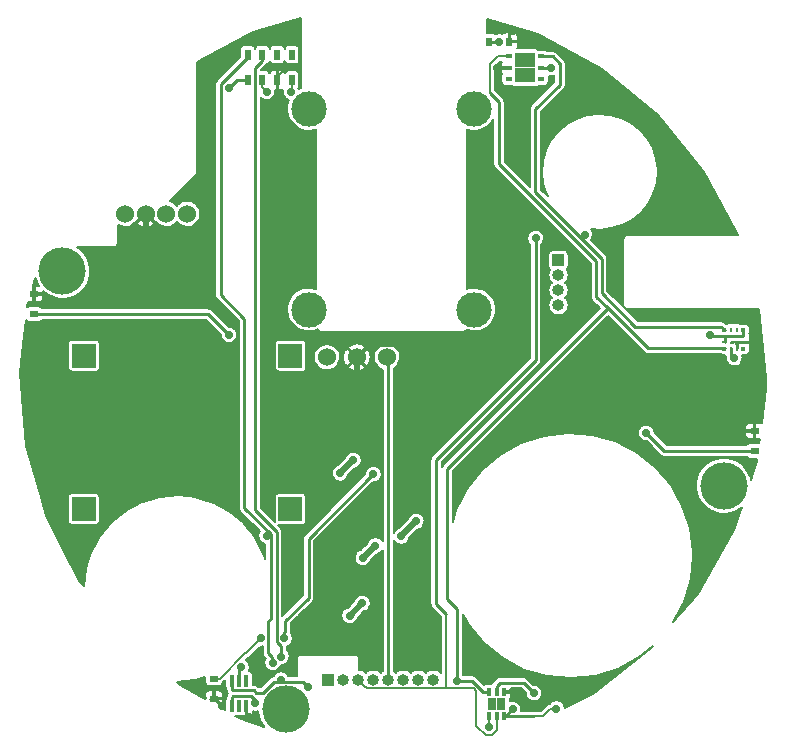
<source format=gtl>
G04 #@! TF.FileFunction,Copper,L1,Top,Signal*
%FSLAX46Y46*%
G04 Gerber Fmt 4.6, Leading zero omitted, Abs format (unit mm)*
G04 Created by KiCad (PCBNEW 4.0.7) date 06/01/18 20:15:47*
%MOMM*%
%LPD*%
G01*
G04 APERTURE LIST*
%ADD10C,0.100000*%
%ADD11C,1.524000*%
%ADD12C,3.000000*%
%ADD13R,2.000000X2.000000*%
%ADD14C,4.000000*%
%ADD15R,0.800000X0.600000*%
%ADD16R,0.630000X0.450000*%
%ADD17R,0.850000X1.300000*%
%ADD18R,0.400000X0.300000*%
%ADD19R,0.400000X0.250000*%
%ADD20R,0.250000X0.400000*%
%ADD21R,0.350000X0.650000*%
%ADD22R,0.800000X1.000000*%
%ADD23R,0.400000X1.000000*%
%ADD24R,0.550000X0.950000*%
%ADD25R,0.600000X0.800000*%
%ADD26R,1.000000X1.000000*%
%ADD27O,1.000000X1.000000*%
%ADD28C,0.700000*%
%ADD29C,0.500000*%
%ADD30C,0.250000*%
%ADD31C,0.170000*%
%ADD32C,0.200000*%
G04 APERTURE END LIST*
D10*
D11*
X44393600Y-48205200D03*
X49473600Y-48205200D03*
D12*
X56863600Y-27165200D03*
X42863600Y-27165200D03*
X42863600Y-44165200D03*
X56863600Y-44165200D03*
D11*
X46933600Y-48205200D03*
X29063600Y-36065200D03*
X27313600Y-36065200D03*
X30813600Y-36065200D03*
D13*
X41313600Y-61065200D03*
X23813600Y-61065200D03*
X23813600Y-48065200D03*
X41313600Y-48065200D03*
D11*
X32563600Y-36065200D03*
D14*
X40900000Y-78000000D03*
X78000000Y-59100000D03*
D15*
X34840000Y-75420000D03*
X34840000Y-77120000D03*
D16*
X59823600Y-22740200D03*
X59823600Y-23690200D03*
X59823600Y-24640200D03*
X62503600Y-24640200D03*
X62503600Y-23690200D03*
X62503600Y-22740200D03*
D17*
X61588600Y-24340200D03*
X61588600Y-23040200D03*
X60738600Y-24340200D03*
X60738600Y-23040200D03*
D18*
X78038600Y-45900200D03*
D19*
X78043600Y-46440200D03*
X78043600Y-46940200D03*
D18*
X78038600Y-47480200D03*
D20*
X78588600Y-47520200D03*
X79088600Y-47520200D03*
D18*
X79638600Y-47480200D03*
D19*
X79633600Y-46940200D03*
X79633600Y-46440200D03*
D18*
X79638600Y-45900200D03*
D20*
X79088600Y-45860200D03*
X78588600Y-45860200D03*
D21*
X59413600Y-76515200D03*
X58763600Y-76515200D03*
X58113600Y-76515200D03*
X58113600Y-78615200D03*
X58763600Y-78615200D03*
X59413600Y-78615200D03*
D22*
X58363600Y-77565200D03*
X59163600Y-77565200D03*
D23*
X36363600Y-75615200D03*
X36963600Y-75615200D03*
X36363600Y-77715200D03*
X36963600Y-77715200D03*
X37563600Y-77715200D03*
X37563600Y-75615200D03*
D24*
X41438600Y-24740200D03*
X37688600Y-24740200D03*
X38938600Y-24740200D03*
X40188600Y-24740200D03*
X37688600Y-22590200D03*
X38938600Y-22590200D03*
X40188600Y-22590200D03*
X41438600Y-22590200D03*
D15*
X80600000Y-56150000D03*
X80600000Y-54450000D03*
D25*
X58150000Y-21500000D03*
X59850000Y-21500000D03*
D15*
X19600000Y-44550000D03*
X19600000Y-42850000D03*
D26*
X44500000Y-75500000D03*
D27*
X45770000Y-75500000D03*
X47040000Y-75500000D03*
X48310000Y-75500000D03*
X49580000Y-75500000D03*
X50850000Y-75500000D03*
X52120000Y-75500000D03*
X53390000Y-75500000D03*
D26*
X64000000Y-40000000D03*
D27*
X64000000Y-41270000D03*
X64000000Y-42540000D03*
X64000000Y-43810000D03*
D14*
X22000000Y-40900000D03*
D28*
X50360000Y-74250000D03*
X48730000Y-74260000D03*
X36640000Y-58070000D03*
X39100000Y-58030000D03*
X61050000Y-34980000D03*
X61300000Y-33140000D03*
X59550000Y-49690000D03*
X61640000Y-51760000D03*
X62820000Y-27720000D03*
X61300000Y-27760000D03*
X44600000Y-71800000D03*
X47200000Y-71800000D03*
X47245000Y-73400000D03*
X45900000Y-71700000D03*
X38700000Y-75900000D03*
X35500000Y-77700000D03*
X80963600Y-46915200D03*
X53738600Y-70540200D03*
X60138600Y-20565200D03*
X40863600Y-23765200D03*
X58788600Y-23690200D03*
X60113600Y-76465200D03*
X37763600Y-78665200D03*
X78883600Y-48285200D03*
X40800000Y-72000000D03*
X38800000Y-72000000D03*
X48338600Y-58090200D03*
X40500000Y-75500000D03*
X40530413Y-73545000D03*
X42800000Y-76100000D03*
X55438600Y-75615200D03*
X39800000Y-74065000D03*
X38300000Y-77500000D03*
X66213600Y-37815200D03*
X62063600Y-38140200D03*
X39288600Y-63340200D03*
X51960000Y-62090000D03*
X50690000Y-63380000D03*
X46630000Y-56910000D03*
X45520000Y-58030000D03*
X48500000Y-64150000D03*
X47440000Y-65170000D03*
X47390000Y-69020000D03*
X46330000Y-70090000D03*
X76863600Y-46315200D03*
X60113600Y-77990200D03*
X36113600Y-25390200D03*
X41363600Y-25765200D03*
X63363600Y-23690200D03*
X63813600Y-77965200D03*
X37163600Y-74465200D03*
X39313600Y-25740200D03*
X61913600Y-76640200D03*
X58113600Y-79490200D03*
X71438600Y-54615200D03*
X58988600Y-21490200D03*
X36113600Y-46315200D03*
D29*
X47245000Y-73400000D02*
X47870000Y-73400000D01*
X47870000Y-73400000D02*
X48730000Y-74260000D01*
X46933600Y-48205200D02*
X46933600Y-50196400D01*
X46933600Y-50196400D02*
X39100000Y-58030000D01*
D30*
X61300000Y-27760000D02*
X61300000Y-33140000D01*
X59550000Y-49690000D02*
X57013199Y-47153199D01*
X47695599Y-47443201D02*
X46933600Y-48205200D01*
X57013199Y-47153199D02*
X47985601Y-47153199D01*
X47985601Y-47153199D02*
X47695599Y-47443201D01*
X80963600Y-46915200D02*
X80963600Y-47410174D01*
X80963600Y-47410174D02*
X76613774Y-51760000D01*
X76613774Y-51760000D02*
X61640000Y-51760000D01*
X58788600Y-25268600D02*
X61280000Y-27760000D01*
X61280000Y-27760000D02*
X61300000Y-27760000D01*
X58788600Y-23690200D02*
X58788600Y-25268600D01*
X34500000Y-77150000D02*
X34950000Y-77150000D01*
X34950000Y-77150000D02*
X35500000Y-77700000D01*
D29*
X29063600Y-36065200D02*
X29063600Y-37463600D01*
D30*
X79598600Y-46940200D02*
X80938600Y-46940200D01*
X80938600Y-46940200D02*
X80963600Y-46915200D01*
X79598600Y-46940200D02*
X79138600Y-46940200D01*
X79088600Y-46990200D02*
X79088600Y-47450200D01*
X79138600Y-46940200D02*
X79088600Y-46990200D01*
X59850000Y-21500000D02*
X59850000Y-20853800D01*
X59850000Y-20853800D02*
X60138600Y-20565200D01*
D31*
X40188600Y-24740200D02*
X40188600Y-24440200D01*
X40188600Y-24440200D02*
X40863600Y-23765200D01*
D30*
X59823600Y-23690200D02*
X58788600Y-23690200D01*
X59413600Y-76515200D02*
X60063600Y-76515200D01*
D31*
X60063600Y-76515200D02*
X60113600Y-76465200D01*
X45770000Y-75758800D02*
X45770000Y-75500000D01*
D30*
X37563600Y-77715200D02*
X37563600Y-78465200D01*
X37563600Y-78465200D02*
X37763600Y-78665200D01*
X78883600Y-48285200D02*
X78588600Y-47990200D01*
X78588600Y-47990200D02*
X78588600Y-47450200D01*
D31*
X37490798Y-73250000D02*
X37550000Y-73250000D01*
X37550000Y-73250000D02*
X38800000Y-72000000D01*
X34840000Y-75420000D02*
X35320798Y-75420000D01*
X35320798Y-75420000D02*
X37490798Y-73250000D01*
D30*
X40800000Y-72000000D02*
X40800000Y-71505026D01*
X40800000Y-71505026D02*
X40849999Y-71455027D01*
X40849999Y-71455027D02*
X40849999Y-70550001D01*
X40849999Y-70550001D02*
X42850000Y-68550000D01*
X38700000Y-72000000D02*
X38800000Y-72000000D01*
X42850000Y-68550000D02*
X42850000Y-63578800D01*
X42850000Y-63578800D02*
X48338600Y-58090200D01*
D31*
X59823600Y-22740200D02*
X58850598Y-22740200D01*
X58850598Y-22740200D02*
X58188599Y-23402199D01*
X58188599Y-23402199D02*
X58188599Y-25815199D01*
X58188599Y-25815199D02*
X58963600Y-26590200D01*
D30*
X40400000Y-75700000D02*
X40700000Y-75700000D01*
X40700000Y-75700000D02*
X42400000Y-75700000D01*
X40500000Y-75500000D02*
X40700000Y-75700000D01*
X40500000Y-72654602D02*
X40500000Y-73514587D01*
X40500000Y-73514587D02*
X40530413Y-73545000D01*
X39900000Y-75700000D02*
X40400000Y-75700000D01*
X38938600Y-22590200D02*
X38938600Y-23115200D01*
X38938600Y-23115200D02*
X38313600Y-23740200D01*
X38313600Y-23740200D02*
X38313600Y-61140200D01*
X38313600Y-61140200D02*
X40138600Y-62965200D01*
X40138600Y-62965200D02*
X40138600Y-72293202D01*
X40138600Y-72293202D02*
X40500000Y-72654602D01*
X40500000Y-75600000D02*
X40400000Y-75700000D01*
X36363600Y-75615200D02*
X36363600Y-76365200D01*
X36408601Y-76410201D02*
X38210201Y-76410201D01*
X36363600Y-76365200D02*
X36408601Y-76410201D01*
X42400000Y-75700000D02*
X42800000Y-76100000D01*
X38210201Y-76410201D02*
X38400000Y-76600000D01*
X38400000Y-76600000D02*
X39000000Y-76600000D01*
X39000000Y-76600000D02*
X39900000Y-75700000D01*
X54563600Y-60740200D02*
X54563600Y-57675200D01*
X55438600Y-69540200D02*
X54563600Y-68665200D01*
X54563600Y-68665200D02*
X54563600Y-60740200D01*
X55438600Y-75615200D02*
X55438600Y-69540200D01*
X68103600Y-44125200D02*
X68103600Y-43955200D01*
X68183600Y-44045200D02*
X68103600Y-44125200D01*
X68193600Y-44045200D02*
X68183600Y-44045200D01*
X54563600Y-57675200D02*
X68193600Y-44045200D01*
X67213600Y-40090200D02*
X67213600Y-43065200D01*
X67213600Y-43065200D02*
X68103600Y-43955200D01*
X58963600Y-27865200D02*
X58963600Y-31840200D01*
X58963600Y-31840200D02*
X67213600Y-40090200D01*
D31*
X58238600Y-25840200D02*
X58238600Y-25865200D01*
D30*
X58963600Y-26590200D02*
X58963600Y-27865200D01*
X58238600Y-25865200D02*
X58963600Y-26590200D01*
X71588600Y-47440200D02*
X78078600Y-47440200D01*
X68103600Y-43955200D02*
X71588600Y-47440200D01*
X55451100Y-75602700D02*
X56701100Y-75602700D01*
X55438600Y-75615200D02*
X55451100Y-75602700D01*
X58113600Y-76515200D02*
X57613600Y-76515200D01*
X57613600Y-76515200D02*
X56701100Y-75602700D01*
D31*
X56810001Y-76250001D02*
X54500000Y-76250001D01*
X54500000Y-76250001D02*
X47790001Y-76250001D01*
X54488600Y-76238601D02*
X54500000Y-76250001D01*
X54488600Y-69940200D02*
X54488600Y-76238601D01*
X58763600Y-78615200D02*
X58763600Y-79110200D01*
X57838600Y-80190200D02*
X57038600Y-79390200D01*
X47790001Y-76250001D02*
X47539999Y-75999999D01*
X58763600Y-79110200D02*
X58813600Y-79160200D01*
X58813600Y-79160200D02*
X58813600Y-79790200D01*
X57038600Y-76478600D02*
X56810001Y-76250001D01*
X58813600Y-79790200D02*
X58413600Y-80190200D01*
X58413600Y-80190200D02*
X57838600Y-80190200D01*
X47539999Y-75999999D02*
X47040000Y-75500000D01*
X57038600Y-79390200D02*
X57038600Y-76478600D01*
D30*
X39743565Y-73553563D02*
X39743565Y-74008565D01*
X39743565Y-74008565D02*
X39800000Y-74065000D01*
X39638600Y-63190200D02*
X39638600Y-70361400D01*
X39638600Y-70361400D02*
X39445001Y-70554999D01*
X39445001Y-70554999D02*
X39445001Y-73254999D01*
X39445001Y-73254999D02*
X39743565Y-73553563D01*
X36363600Y-77715200D02*
X36363600Y-76965200D01*
X36363600Y-76965200D02*
X36408601Y-76920199D01*
X36408601Y-76920199D02*
X37999601Y-76920199D01*
X37999601Y-76920199D02*
X38300000Y-77220598D01*
X38300000Y-77220598D02*
X38300000Y-77500000D01*
X66063600Y-38240200D02*
X66068600Y-38240200D01*
X77743600Y-45605200D02*
X78078600Y-45940200D01*
X70523600Y-45605200D02*
X77743600Y-45605200D01*
X67673600Y-42755200D02*
X70523600Y-45605200D01*
X67673600Y-39845200D02*
X67673600Y-42755200D01*
X66068600Y-38240200D02*
X67673600Y-39845200D01*
X66063600Y-37965200D02*
X66063600Y-38240200D01*
X66213600Y-37815200D02*
X66063600Y-37965200D01*
X62063600Y-48465200D02*
X62063600Y-38140200D01*
X53638600Y-56890200D02*
X62063600Y-48465200D01*
X53638600Y-69090200D02*
X53638600Y-56890200D01*
X54488600Y-69940200D02*
X53638600Y-69090200D01*
X47040000Y-75500000D02*
X47040000Y-75766600D01*
X39438600Y-63190200D02*
X39638600Y-63190200D01*
X39288600Y-63340200D02*
X39438600Y-63190200D01*
X35413600Y-34540200D02*
X35413600Y-42940200D01*
X35413600Y-25090200D02*
X35413600Y-34540200D01*
X35413600Y-25090200D02*
X37688600Y-22815200D01*
X39638600Y-63165200D02*
X39638600Y-63190200D01*
X37413600Y-60940200D02*
X39638600Y-63165200D01*
X37413600Y-44940200D02*
X37413600Y-60940200D01*
X35413600Y-42940200D02*
X37413600Y-44940200D01*
X62038600Y-27215200D02*
X62038600Y-34215200D01*
X62038600Y-34215200D02*
X66063600Y-38240200D01*
X62503600Y-22740200D02*
X63513600Y-22740200D01*
X64138600Y-25115200D02*
X62038600Y-27215200D01*
X64138600Y-23365200D02*
X64138600Y-25115200D01*
X63513600Y-22740200D02*
X64138600Y-23365200D01*
X37688600Y-22590200D02*
X37688600Y-22815200D01*
D31*
X62503600Y-22740200D02*
X62713600Y-22740200D01*
X36363600Y-77715200D02*
X36363600Y-77465200D01*
D29*
X46330000Y-70090000D02*
X46330000Y-70080000D01*
X46330000Y-70080000D02*
X47390000Y-69020000D01*
X50690000Y-63380000D02*
X50690000Y-63360000D01*
X50690000Y-63360000D02*
X51960000Y-62090000D01*
X45520000Y-58030000D02*
X45520000Y-58020000D01*
X45520000Y-58020000D02*
X46630000Y-56910000D01*
X47440000Y-65170000D02*
X47480000Y-65170000D01*
X47480000Y-65170000D02*
X48500000Y-64150000D01*
D30*
X59413600Y-78615200D02*
X61940000Y-78615200D01*
D31*
X63813600Y-77965200D02*
X63318626Y-77965200D01*
X63318626Y-77965200D02*
X62668626Y-78615200D01*
X62668626Y-78615200D02*
X61940000Y-78615200D01*
D30*
X78078600Y-46440200D02*
X76988600Y-46440200D01*
X76988600Y-46440200D02*
X76863600Y-46315200D01*
X78078600Y-46440200D02*
X79598600Y-46440200D01*
X79598600Y-46440200D02*
X79598600Y-45940200D01*
X78078600Y-46440200D02*
X78078600Y-46940200D01*
X60113600Y-77990200D02*
X59488600Y-78615200D01*
X59488600Y-78615200D02*
X59413600Y-78615200D01*
X37688600Y-24740200D02*
X36763600Y-24740200D01*
X36763600Y-24740200D02*
X36113600Y-25390200D01*
D31*
X41438600Y-24740200D02*
X41438600Y-25690200D01*
X41438600Y-25690200D02*
X41363600Y-25765200D01*
D30*
X62503600Y-23690200D02*
X63363600Y-23690200D01*
D31*
X44265200Y-75265200D02*
X44500000Y-75500000D01*
D30*
X36963600Y-75615200D02*
X36963600Y-74665200D01*
X36963600Y-74665200D02*
X37163600Y-74465200D01*
D31*
X38938600Y-24740200D02*
X38938600Y-25365200D01*
X38938600Y-25365200D02*
X39313600Y-25740200D01*
D30*
X49580000Y-75500000D02*
X49580000Y-48311600D01*
X49580000Y-48311600D02*
X49473600Y-48205200D01*
X58763600Y-76040200D02*
X58763600Y-76015200D01*
X61088600Y-75815200D02*
X61913600Y-76640200D01*
X58763600Y-76515200D02*
X58763600Y-76140200D01*
X58763600Y-76140200D02*
X58763600Y-76040200D01*
X61038600Y-75765200D02*
X61088600Y-75815200D01*
X59013600Y-75765200D02*
X61038600Y-75765200D01*
X58763600Y-76015200D02*
X59013600Y-75765200D01*
D31*
X58113600Y-79490200D02*
X58113600Y-78615200D01*
D30*
X72973400Y-56150000D02*
X71438600Y-54615200D01*
X80600000Y-56150000D02*
X72973400Y-56150000D01*
X58978800Y-21500000D02*
X58150000Y-21500000D01*
X58988600Y-21490200D02*
X58978800Y-21500000D01*
X19600000Y-44550000D02*
X34348400Y-44550000D01*
X34348400Y-44550000D02*
X36113600Y-46315200D01*
D32*
G36*
X37613600Y-77665200D02*
X37617580Y-77665200D01*
X37622895Y-77694157D01*
X37633600Y-77721195D01*
X37633600Y-77765200D01*
X37613600Y-77765200D01*
X37613600Y-78515200D01*
X37713600Y-78615200D01*
X37802996Y-78615200D01*
X37880275Y-78599828D01*
X37953071Y-78569676D01*
X38018585Y-78525901D01*
X38074300Y-78470186D01*
X38118075Y-78404671D01*
X38148228Y-78331876D01*
X38163600Y-78254597D01*
X38163600Y-78187785D01*
X38216597Y-78199437D01*
X38354040Y-78202316D01*
X38489425Y-78178444D01*
X38546488Y-78156311D01*
X38545910Y-78197678D01*
X38629139Y-78651159D01*
X38798865Y-79079837D01*
X39048622Y-79467384D01*
X39106153Y-79526959D01*
X37349371Y-78956146D01*
X36637005Y-78558018D01*
X36659172Y-78551153D01*
X36665341Y-78553934D01*
X36763600Y-78567898D01*
X37163600Y-78567898D01*
X37170629Y-78567338D01*
X37174129Y-78569676D01*
X37246925Y-78599828D01*
X37324204Y-78615200D01*
X37413600Y-78615200D01*
X37513600Y-78515200D01*
X37513600Y-78234185D01*
X37516298Y-78215200D01*
X37516298Y-77645200D01*
X37613600Y-77645200D01*
X37613600Y-77665200D01*
X37613600Y-77665200D01*
G37*
X37613600Y-77665200D02*
X37617580Y-77665200D01*
X37622895Y-77694157D01*
X37633600Y-77721195D01*
X37633600Y-77765200D01*
X37613600Y-77765200D01*
X37613600Y-78515200D01*
X37713600Y-78615200D01*
X37802996Y-78615200D01*
X37880275Y-78599828D01*
X37953071Y-78569676D01*
X38018585Y-78525901D01*
X38074300Y-78470186D01*
X38118075Y-78404671D01*
X38148228Y-78331876D01*
X38163600Y-78254597D01*
X38163600Y-78187785D01*
X38216597Y-78199437D01*
X38354040Y-78202316D01*
X38489425Y-78178444D01*
X38546488Y-78156311D01*
X38545910Y-78197678D01*
X38629139Y-78651159D01*
X38798865Y-79079837D01*
X39048622Y-79467384D01*
X39106153Y-79526959D01*
X37349371Y-78956146D01*
X36637005Y-78558018D01*
X36659172Y-78551153D01*
X36665341Y-78553934D01*
X36763600Y-78567898D01*
X37163600Y-78567898D01*
X37170629Y-78567338D01*
X37174129Y-78569676D01*
X37246925Y-78599828D01*
X37324204Y-78615200D01*
X37413600Y-78615200D01*
X37513600Y-78515200D01*
X37513600Y-78234185D01*
X37516298Y-78215200D01*
X37516298Y-77645200D01*
X37613600Y-77645200D01*
X37613600Y-77665200D01*
G36*
X56417995Y-70876222D02*
X57722802Y-72431230D01*
X59304795Y-73703186D01*
X61103717Y-74643639D01*
X63051047Y-75216770D01*
X65072612Y-75400747D01*
X67091411Y-75188562D01*
X69030550Y-74588299D01*
X70816165Y-73622820D01*
X71993496Y-72648847D01*
X71791288Y-72883107D01*
X66931591Y-76679918D01*
X64514569Y-77900844D01*
X64514630Y-77896463D01*
X64487928Y-77761608D01*
X64435541Y-77634508D01*
X64359465Y-77520004D01*
X64262596Y-77422457D01*
X64148626Y-77345583D01*
X64021894Y-77292310D01*
X63887229Y-77264667D01*
X63749759Y-77263707D01*
X63614721Y-77289467D01*
X63487258Y-77340965D01*
X63372225Y-77416241D01*
X63274004Y-77512426D01*
X63258635Y-77534872D01*
X63238424Y-77536640D01*
X63236219Y-77537280D01*
X63233940Y-77537504D01*
X63195408Y-77549137D01*
X63156710Y-77560380D01*
X63154674Y-77561435D01*
X63152479Y-77562098D01*
X63116891Y-77581020D01*
X63081163Y-77599540D01*
X63079374Y-77600968D01*
X63077347Y-77602046D01*
X63046133Y-77627504D01*
X63014662Y-77652626D01*
X63011473Y-77655771D01*
X63011405Y-77655827D01*
X63011353Y-77655890D01*
X63010328Y-77656901D01*
X62488028Y-78179200D01*
X62130259Y-78179200D01*
X62127516Y-78177692D01*
X62038966Y-78149602D01*
X61946646Y-78139246D01*
X61940000Y-78139200D01*
X60798644Y-78139200D01*
X60812438Y-78078484D01*
X60814630Y-77921463D01*
X60787928Y-77786608D01*
X60735541Y-77659508D01*
X60659465Y-77545004D01*
X60562596Y-77447457D01*
X60448626Y-77370583D01*
X60321894Y-77317310D01*
X60187229Y-77289667D01*
X60049759Y-77288707D01*
X59916298Y-77314166D01*
X59916298Y-77069746D01*
X59943075Y-77029671D01*
X59973228Y-76956876D01*
X59988600Y-76879597D01*
X59988600Y-76665200D01*
X59888600Y-76565200D01*
X59463600Y-76565200D01*
X59463600Y-76585200D01*
X59363600Y-76585200D01*
X59363600Y-76565200D01*
X59343600Y-76565200D01*
X59343600Y-76465200D01*
X59363600Y-76465200D01*
X59363600Y-76445200D01*
X59463600Y-76445200D01*
X59463600Y-76465200D01*
X59888600Y-76465200D01*
X59988600Y-76365200D01*
X59988600Y-76241200D01*
X60841434Y-76241200D01*
X61212886Y-76612652D01*
X61211678Y-76699142D01*
X61236495Y-76834357D01*
X61287102Y-76962176D01*
X61361573Y-77077732D01*
X61457070Y-77176621D01*
X61569956Y-77255079D01*
X61695931Y-77310117D01*
X61830197Y-77339637D01*
X61967640Y-77342516D01*
X62103025Y-77318644D01*
X62231195Y-77268930D01*
X62347267Y-77195268D01*
X62446821Y-77100464D01*
X62526065Y-76988129D01*
X62581981Y-76862541D01*
X62612438Y-76728484D01*
X62614630Y-76571463D01*
X62587928Y-76436608D01*
X62535541Y-76309508D01*
X62459465Y-76195004D01*
X62362596Y-76097457D01*
X62248626Y-76020583D01*
X62121894Y-75967310D01*
X61987229Y-75939667D01*
X61885523Y-75938957D01*
X61375183Y-75428617D01*
X61341179Y-75400686D01*
X61307524Y-75372446D01*
X61305334Y-75371242D01*
X61303397Y-75369651D01*
X61264589Y-75348843D01*
X61226116Y-75327692D01*
X61223734Y-75326936D01*
X61221525Y-75325752D01*
X61179430Y-75312882D01*
X61137566Y-75299602D01*
X61135081Y-75299323D01*
X61132686Y-75298591D01*
X61088950Y-75294149D01*
X61045246Y-75289246D01*
X61040352Y-75289212D01*
X61040262Y-75289203D01*
X61040178Y-75289211D01*
X61038600Y-75289200D01*
X59013600Y-75289200D01*
X58969819Y-75293493D01*
X58926039Y-75297323D01*
X58923639Y-75298020D01*
X58921144Y-75298265D01*
X58878966Y-75311000D01*
X58836829Y-75323242D01*
X58834612Y-75324391D01*
X58832211Y-75325116D01*
X58793328Y-75345790D01*
X58754352Y-75365993D01*
X58752398Y-75367553D01*
X58750186Y-75368729D01*
X58716082Y-75396543D01*
X58681749Y-75423951D01*
X58678267Y-75427385D01*
X58678194Y-75427444D01*
X58678138Y-75427511D01*
X58677017Y-75428617D01*
X58427017Y-75678617D01*
X58399086Y-75712621D01*
X58370846Y-75746276D01*
X58369642Y-75748466D01*
X58368051Y-75750403D01*
X58347252Y-75789194D01*
X58326092Y-75827684D01*
X58325336Y-75830066D01*
X58324152Y-75832275D01*
X58321140Y-75842126D01*
X58288600Y-75837502D01*
X57938600Y-75837502D01*
X57882705Y-75841959D01*
X57787900Y-75871319D01*
X57705028Y-75925927D01*
X57701561Y-75929995D01*
X57037683Y-75266117D01*
X57003679Y-75238186D01*
X56970024Y-75209946D01*
X56967834Y-75208742D01*
X56965897Y-75207151D01*
X56927089Y-75186343D01*
X56888616Y-75165192D01*
X56886234Y-75164436D01*
X56884025Y-75163252D01*
X56841930Y-75150382D01*
X56800066Y-75137102D01*
X56797581Y-75136823D01*
X56795186Y-75136091D01*
X56751450Y-75131649D01*
X56707746Y-75126746D01*
X56702852Y-75126712D01*
X56702762Y-75126703D01*
X56702678Y-75126711D01*
X56701100Y-75126700D01*
X55941462Y-75126700D01*
X55914600Y-75099650D01*
X55914600Y-69960551D01*
X56417995Y-70876222D01*
X56417995Y-70876222D01*
G37*
X56417995Y-70876222D02*
X57722802Y-72431230D01*
X59304795Y-73703186D01*
X61103717Y-74643639D01*
X63051047Y-75216770D01*
X65072612Y-75400747D01*
X67091411Y-75188562D01*
X69030550Y-74588299D01*
X70816165Y-73622820D01*
X71993496Y-72648847D01*
X71791288Y-72883107D01*
X66931591Y-76679918D01*
X64514569Y-77900844D01*
X64514630Y-77896463D01*
X64487928Y-77761608D01*
X64435541Y-77634508D01*
X64359465Y-77520004D01*
X64262596Y-77422457D01*
X64148626Y-77345583D01*
X64021894Y-77292310D01*
X63887229Y-77264667D01*
X63749759Y-77263707D01*
X63614721Y-77289467D01*
X63487258Y-77340965D01*
X63372225Y-77416241D01*
X63274004Y-77512426D01*
X63258635Y-77534872D01*
X63238424Y-77536640D01*
X63236219Y-77537280D01*
X63233940Y-77537504D01*
X63195408Y-77549137D01*
X63156710Y-77560380D01*
X63154674Y-77561435D01*
X63152479Y-77562098D01*
X63116891Y-77581020D01*
X63081163Y-77599540D01*
X63079374Y-77600968D01*
X63077347Y-77602046D01*
X63046133Y-77627504D01*
X63014662Y-77652626D01*
X63011473Y-77655771D01*
X63011405Y-77655827D01*
X63011353Y-77655890D01*
X63010328Y-77656901D01*
X62488028Y-78179200D01*
X62130259Y-78179200D01*
X62127516Y-78177692D01*
X62038966Y-78149602D01*
X61946646Y-78139246D01*
X61940000Y-78139200D01*
X60798644Y-78139200D01*
X60812438Y-78078484D01*
X60814630Y-77921463D01*
X60787928Y-77786608D01*
X60735541Y-77659508D01*
X60659465Y-77545004D01*
X60562596Y-77447457D01*
X60448626Y-77370583D01*
X60321894Y-77317310D01*
X60187229Y-77289667D01*
X60049759Y-77288707D01*
X59916298Y-77314166D01*
X59916298Y-77069746D01*
X59943075Y-77029671D01*
X59973228Y-76956876D01*
X59988600Y-76879597D01*
X59988600Y-76665200D01*
X59888600Y-76565200D01*
X59463600Y-76565200D01*
X59463600Y-76585200D01*
X59363600Y-76585200D01*
X59363600Y-76565200D01*
X59343600Y-76565200D01*
X59343600Y-76465200D01*
X59363600Y-76465200D01*
X59363600Y-76445200D01*
X59463600Y-76445200D01*
X59463600Y-76465200D01*
X59888600Y-76465200D01*
X59988600Y-76365200D01*
X59988600Y-76241200D01*
X60841434Y-76241200D01*
X61212886Y-76612652D01*
X61211678Y-76699142D01*
X61236495Y-76834357D01*
X61287102Y-76962176D01*
X61361573Y-77077732D01*
X61457070Y-77176621D01*
X61569956Y-77255079D01*
X61695931Y-77310117D01*
X61830197Y-77339637D01*
X61967640Y-77342516D01*
X62103025Y-77318644D01*
X62231195Y-77268930D01*
X62347267Y-77195268D01*
X62446821Y-77100464D01*
X62526065Y-76988129D01*
X62581981Y-76862541D01*
X62612438Y-76728484D01*
X62614630Y-76571463D01*
X62587928Y-76436608D01*
X62535541Y-76309508D01*
X62459465Y-76195004D01*
X62362596Y-76097457D01*
X62248626Y-76020583D01*
X62121894Y-75967310D01*
X61987229Y-75939667D01*
X61885523Y-75938957D01*
X61375183Y-75428617D01*
X61341179Y-75400686D01*
X61307524Y-75372446D01*
X61305334Y-75371242D01*
X61303397Y-75369651D01*
X61264589Y-75348843D01*
X61226116Y-75327692D01*
X61223734Y-75326936D01*
X61221525Y-75325752D01*
X61179430Y-75312882D01*
X61137566Y-75299602D01*
X61135081Y-75299323D01*
X61132686Y-75298591D01*
X61088950Y-75294149D01*
X61045246Y-75289246D01*
X61040352Y-75289212D01*
X61040262Y-75289203D01*
X61040178Y-75289211D01*
X61038600Y-75289200D01*
X59013600Y-75289200D01*
X58969819Y-75293493D01*
X58926039Y-75297323D01*
X58923639Y-75298020D01*
X58921144Y-75298265D01*
X58878966Y-75311000D01*
X58836829Y-75323242D01*
X58834612Y-75324391D01*
X58832211Y-75325116D01*
X58793328Y-75345790D01*
X58754352Y-75365993D01*
X58752398Y-75367553D01*
X58750186Y-75368729D01*
X58716082Y-75396543D01*
X58681749Y-75423951D01*
X58678267Y-75427385D01*
X58678194Y-75427444D01*
X58678138Y-75427511D01*
X58677017Y-75428617D01*
X58427017Y-75678617D01*
X58399086Y-75712621D01*
X58370846Y-75746276D01*
X58369642Y-75748466D01*
X58368051Y-75750403D01*
X58347252Y-75789194D01*
X58326092Y-75827684D01*
X58325336Y-75830066D01*
X58324152Y-75832275D01*
X58321140Y-75842126D01*
X58288600Y-75837502D01*
X57938600Y-75837502D01*
X57882705Y-75841959D01*
X57787900Y-75871319D01*
X57705028Y-75925927D01*
X57701561Y-75929995D01*
X57037683Y-75266117D01*
X57003679Y-75238186D01*
X56970024Y-75209946D01*
X56967834Y-75208742D01*
X56965897Y-75207151D01*
X56927089Y-75186343D01*
X56888616Y-75165192D01*
X56886234Y-75164436D01*
X56884025Y-75163252D01*
X56841930Y-75150382D01*
X56800066Y-75137102D01*
X56797581Y-75136823D01*
X56795186Y-75136091D01*
X56751450Y-75131649D01*
X56707746Y-75126746D01*
X56702852Y-75126712D01*
X56702762Y-75126703D01*
X56702678Y-75126711D01*
X56701100Y-75126700D01*
X55941462Y-75126700D01*
X55914600Y-75099650D01*
X55914600Y-69960551D01*
X56417995Y-70876222D01*
G36*
X34087302Y-75720000D02*
X34091759Y-75775895D01*
X34121119Y-75870700D01*
X34175727Y-75953572D01*
X34251262Y-76017949D01*
X34341741Y-76058734D01*
X34440000Y-76072698D01*
X35240000Y-76072698D01*
X35295895Y-76068241D01*
X35390700Y-76038881D01*
X35473572Y-75984273D01*
X35537949Y-75908738D01*
X35578734Y-75818259D01*
X35586561Y-75763186D01*
X35593291Y-75757696D01*
X35624762Y-75732574D01*
X35627955Y-75729425D01*
X35628019Y-75729373D01*
X35628068Y-75729314D01*
X35629097Y-75728299D01*
X35810902Y-75546494D01*
X35810902Y-76115200D01*
X35815359Y-76171095D01*
X35844719Y-76265900D01*
X35887600Y-76330975D01*
X35887600Y-76365200D01*
X35891893Y-76408981D01*
X35895723Y-76452761D01*
X35896420Y-76455162D01*
X35896665Y-76457656D01*
X35909386Y-76499788D01*
X35921641Y-76541971D01*
X35922792Y-76544192D01*
X35923516Y-76546589D01*
X35944172Y-76585437D01*
X35964393Y-76624448D01*
X35965953Y-76626402D01*
X35967129Y-76628614D01*
X35994919Y-76662687D01*
X35996923Y-76665198D01*
X35970846Y-76696276D01*
X35969642Y-76698466D01*
X35968051Y-76700403D01*
X35947243Y-76739211D01*
X35926092Y-76777684D01*
X35925336Y-76780066D01*
X35924152Y-76782275D01*
X35911282Y-76824370D01*
X35898002Y-76866234D01*
X35897723Y-76868719D01*
X35896991Y-76871114D01*
X35892549Y-76914850D01*
X35887646Y-76958554D01*
X35887612Y-76963448D01*
X35887603Y-76963538D01*
X35887611Y-76963622D01*
X35887600Y-76965200D01*
X35887600Y-77000709D01*
X35865651Y-77026462D01*
X35824866Y-77116941D01*
X35810902Y-77215200D01*
X35810902Y-78096325D01*
X35306744Y-77814560D01*
X35356675Y-77804628D01*
X35429471Y-77774476D01*
X35494985Y-77730701D01*
X35550700Y-77674986D01*
X35594475Y-77609471D01*
X35624628Y-77536676D01*
X35640000Y-77459397D01*
X35640000Y-77270000D01*
X35540000Y-77170000D01*
X34890000Y-77170000D01*
X34890000Y-77190000D01*
X34790000Y-77190000D01*
X34790000Y-77170000D01*
X34770000Y-77170000D01*
X34770000Y-77070000D01*
X34790000Y-77070000D01*
X34790000Y-76520000D01*
X34890000Y-76520000D01*
X34890000Y-77070000D01*
X35540000Y-77070000D01*
X35640000Y-76970000D01*
X35640000Y-76780603D01*
X35624628Y-76703324D01*
X35594475Y-76630529D01*
X35550700Y-76565014D01*
X35494985Y-76509299D01*
X35429471Y-76465524D01*
X35356675Y-76435372D01*
X35279396Y-76420000D01*
X34990000Y-76420000D01*
X34890000Y-76520000D01*
X34790000Y-76520000D01*
X34690000Y-76420000D01*
X34400604Y-76420000D01*
X34323325Y-76435372D01*
X34250529Y-76465524D01*
X34185015Y-76509299D01*
X34129300Y-76565014D01*
X34085525Y-76630529D01*
X34055372Y-76703324D01*
X34040000Y-76780603D01*
X34040000Y-76970000D01*
X34139998Y-77069998D01*
X34040000Y-77069998D01*
X34040000Y-77106601D01*
X31966022Y-75947494D01*
X31687932Y-75710821D01*
X31693983Y-75710821D01*
X31730011Y-75711386D01*
X31735588Y-75710888D01*
X33192929Y-75570517D01*
X33228618Y-75563514D01*
X33264352Y-75557019D01*
X33269726Y-75555447D01*
X34087302Y-75310134D01*
X34087302Y-75720000D01*
X34087302Y-75720000D01*
G37*
X34087302Y-75720000D02*
X34091759Y-75775895D01*
X34121119Y-75870700D01*
X34175727Y-75953572D01*
X34251262Y-76017949D01*
X34341741Y-76058734D01*
X34440000Y-76072698D01*
X35240000Y-76072698D01*
X35295895Y-76068241D01*
X35390700Y-76038881D01*
X35473572Y-75984273D01*
X35537949Y-75908738D01*
X35578734Y-75818259D01*
X35586561Y-75763186D01*
X35593291Y-75757696D01*
X35624762Y-75732574D01*
X35627955Y-75729425D01*
X35628019Y-75729373D01*
X35628068Y-75729314D01*
X35629097Y-75728299D01*
X35810902Y-75546494D01*
X35810902Y-76115200D01*
X35815359Y-76171095D01*
X35844719Y-76265900D01*
X35887600Y-76330975D01*
X35887600Y-76365200D01*
X35891893Y-76408981D01*
X35895723Y-76452761D01*
X35896420Y-76455162D01*
X35896665Y-76457656D01*
X35909386Y-76499788D01*
X35921641Y-76541971D01*
X35922792Y-76544192D01*
X35923516Y-76546589D01*
X35944172Y-76585437D01*
X35964393Y-76624448D01*
X35965953Y-76626402D01*
X35967129Y-76628614D01*
X35994919Y-76662687D01*
X35996923Y-76665198D01*
X35970846Y-76696276D01*
X35969642Y-76698466D01*
X35968051Y-76700403D01*
X35947243Y-76739211D01*
X35926092Y-76777684D01*
X35925336Y-76780066D01*
X35924152Y-76782275D01*
X35911282Y-76824370D01*
X35898002Y-76866234D01*
X35897723Y-76868719D01*
X35896991Y-76871114D01*
X35892549Y-76914850D01*
X35887646Y-76958554D01*
X35887612Y-76963448D01*
X35887603Y-76963538D01*
X35887611Y-76963622D01*
X35887600Y-76965200D01*
X35887600Y-77000709D01*
X35865651Y-77026462D01*
X35824866Y-77116941D01*
X35810902Y-77215200D01*
X35810902Y-78096325D01*
X35306744Y-77814560D01*
X35356675Y-77804628D01*
X35429471Y-77774476D01*
X35494985Y-77730701D01*
X35550700Y-77674986D01*
X35594475Y-77609471D01*
X35624628Y-77536676D01*
X35640000Y-77459397D01*
X35640000Y-77270000D01*
X35540000Y-77170000D01*
X34890000Y-77170000D01*
X34890000Y-77190000D01*
X34790000Y-77190000D01*
X34790000Y-77170000D01*
X34770000Y-77170000D01*
X34770000Y-77070000D01*
X34790000Y-77070000D01*
X34790000Y-76520000D01*
X34890000Y-76520000D01*
X34890000Y-77070000D01*
X35540000Y-77070000D01*
X35640000Y-76970000D01*
X35640000Y-76780603D01*
X35624628Y-76703324D01*
X35594475Y-76630529D01*
X35550700Y-76565014D01*
X35494985Y-76509299D01*
X35429471Y-76465524D01*
X35356675Y-76435372D01*
X35279396Y-76420000D01*
X34990000Y-76420000D01*
X34890000Y-76520000D01*
X34790000Y-76520000D01*
X34690000Y-76420000D01*
X34400604Y-76420000D01*
X34323325Y-76435372D01*
X34250529Y-76465524D01*
X34185015Y-76509299D01*
X34129300Y-76565014D01*
X34085525Y-76630529D01*
X34055372Y-76703324D01*
X34040000Y-76780603D01*
X34040000Y-76970000D01*
X34139998Y-77069998D01*
X34040000Y-77069998D01*
X34040000Y-77106601D01*
X31966022Y-75947494D01*
X31687932Y-75710821D01*
X31693983Y-75710821D01*
X31730011Y-75711386D01*
X31735588Y-75710888D01*
X33192929Y-75570517D01*
X33228618Y-75563514D01*
X33264352Y-75557019D01*
X33269726Y-75555447D01*
X34087302Y-75310134D01*
X34087302Y-75720000D01*
G36*
X42162600Y-25265200D02*
X42170237Y-25343088D01*
X42192857Y-25418009D01*
X42202370Y-25435901D01*
X42016987Y-25510801D01*
X41985541Y-25434508D01*
X41985521Y-25434478D01*
X42011549Y-25403938D01*
X42052334Y-25313459D01*
X42066298Y-25215200D01*
X42066298Y-24265200D01*
X42061841Y-24209305D01*
X42032481Y-24114500D01*
X41977873Y-24031628D01*
X41902338Y-23967251D01*
X41811859Y-23926466D01*
X41713600Y-23912502D01*
X41163600Y-23912502D01*
X41107705Y-23916959D01*
X41012900Y-23946319D01*
X40930028Y-24000927D01*
X40865651Y-24076462D01*
X40841016Y-24131113D01*
X40818075Y-24075729D01*
X40774300Y-24010214D01*
X40718585Y-23954499D01*
X40653071Y-23910724D01*
X40580275Y-23880572D01*
X40502996Y-23865200D01*
X40338600Y-23865200D01*
X40238600Y-23965200D01*
X40238600Y-24690200D01*
X40258600Y-24690200D01*
X40258600Y-24790200D01*
X40238600Y-24790200D01*
X40238600Y-25515200D01*
X40338600Y-25615200D01*
X40502996Y-25615200D01*
X40580275Y-25599828D01*
X40653071Y-25569676D01*
X40697387Y-25540065D01*
X40692180Y-25552213D01*
X40663598Y-25686682D01*
X40661678Y-25824142D01*
X40686495Y-25959357D01*
X40737102Y-26087176D01*
X40811573Y-26202732D01*
X40907070Y-26301621D01*
X41019956Y-26380079D01*
X41145931Y-26435117D01*
X41161145Y-26438462D01*
X41090707Y-26602805D01*
X41015235Y-26957873D01*
X41010167Y-27320837D01*
X41075696Y-27677873D01*
X41209325Y-28015382D01*
X41405965Y-28320508D01*
X41658126Y-28581628D01*
X41956202Y-28788797D01*
X42288842Y-28934123D01*
X42643374Y-29012072D01*
X43006294Y-29019674D01*
X43363779Y-28956640D01*
X43458949Y-28919726D01*
X43449100Y-42403345D01*
X43413604Y-42388424D01*
X43058018Y-42315433D01*
X42695027Y-42312899D01*
X42338457Y-42380918D01*
X42001890Y-42516900D01*
X41698144Y-42715666D01*
X41438791Y-42969643D01*
X41233708Y-43269159D01*
X41090707Y-43602805D01*
X41015235Y-43957873D01*
X41010167Y-44320837D01*
X41075696Y-44677873D01*
X41209325Y-45015382D01*
X41405965Y-45320508D01*
X41658126Y-45581628D01*
X41956202Y-45788797D01*
X42288842Y-45934123D01*
X42643374Y-46012072D01*
X43006294Y-46019674D01*
X43363779Y-45956640D01*
X43634814Y-45851512D01*
X43642644Y-45868358D01*
X43688789Y-45931568D01*
X43746331Y-45984612D01*
X43813081Y-46025469D01*
X43886497Y-46052582D01*
X43963779Y-46064920D01*
X44041987Y-46062012D01*
X44046057Y-46061048D01*
X55859662Y-46071000D01*
X55878124Y-46069205D01*
X55896666Y-46069320D01*
X55916977Y-46065428D01*
X55937556Y-46063428D01*
X55955313Y-46058083D01*
X55973530Y-46054593D01*
X55992693Y-46046832D01*
X56012496Y-46040872D01*
X56028883Y-46032177D01*
X56046068Y-46025217D01*
X56063360Y-46013882D01*
X56081628Y-46004188D01*
X56096009Y-45992480D01*
X56111521Y-45982311D01*
X56126284Y-45967830D01*
X56142318Y-45954776D01*
X56154152Y-45940496D01*
X56167392Y-45927509D01*
X56179061Y-45910438D01*
X56192255Y-45894516D01*
X56193390Y-45892421D01*
X56288842Y-45934123D01*
X56643374Y-46012072D01*
X57006294Y-46019674D01*
X57363779Y-45956640D01*
X57702212Y-45825370D01*
X58008703Y-45630865D01*
X58271577Y-45380534D01*
X58480822Y-45083910D01*
X58628468Y-44752293D01*
X58708890Y-44398314D01*
X58714679Y-43983700D01*
X58644172Y-43627614D01*
X58505844Y-43292004D01*
X58304963Y-42989653D01*
X58049181Y-42732079D01*
X57748240Y-42529092D01*
X57413604Y-42388424D01*
X57058018Y-42315433D01*
X56695027Y-42312899D01*
X56338457Y-42380918D01*
X56261000Y-42412213D01*
X56261000Y-28921959D01*
X56288842Y-28934123D01*
X56643374Y-29012072D01*
X57006294Y-29019674D01*
X57363779Y-28956640D01*
X57702212Y-28825370D01*
X58008703Y-28630865D01*
X58271577Y-28380534D01*
X58480822Y-28083910D01*
X58487600Y-28068686D01*
X58487600Y-31840200D01*
X58491893Y-31883981D01*
X58495723Y-31927761D01*
X58496420Y-31930162D01*
X58496665Y-31932656D01*
X58509386Y-31974788D01*
X58521641Y-32016971D01*
X58522792Y-32019192D01*
X58523516Y-32021589D01*
X58544172Y-32060437D01*
X58564393Y-32099448D01*
X58565953Y-32101402D01*
X58567129Y-32103614D01*
X58594919Y-32137687D01*
X58622350Y-32172051D01*
X58625786Y-32175535D01*
X58625844Y-32175606D01*
X58625910Y-32175661D01*
X58627017Y-32176783D01*
X66737600Y-40287366D01*
X66737600Y-43065200D01*
X66741893Y-43108981D01*
X66745723Y-43152761D01*
X66746420Y-43155162D01*
X66746665Y-43157656D01*
X66759386Y-43199788D01*
X66771641Y-43241971D01*
X66772792Y-43244192D01*
X66773516Y-43246589D01*
X66794172Y-43285437D01*
X66814393Y-43324448D01*
X66815953Y-43326402D01*
X66817129Y-43328614D01*
X66844919Y-43362687D01*
X66872350Y-43397051D01*
X66875786Y-43400535D01*
X66875844Y-43400606D01*
X66875910Y-43400661D01*
X66877017Y-43401783D01*
X67520434Y-44045200D01*
X54227017Y-57338617D01*
X54199086Y-57372621D01*
X54170846Y-57406276D01*
X54169642Y-57408466D01*
X54168051Y-57410403D01*
X54147243Y-57449211D01*
X54126092Y-57487684D01*
X54125336Y-57490066D01*
X54124152Y-57492275D01*
X54114600Y-57523518D01*
X54114600Y-57087366D01*
X62400183Y-48801783D01*
X62428114Y-48767779D01*
X62456354Y-48734124D01*
X62457558Y-48731934D01*
X62459149Y-48729997D01*
X62479957Y-48691189D01*
X62501108Y-48652716D01*
X62501864Y-48650334D01*
X62503048Y-48648125D01*
X62515918Y-48606030D01*
X62529198Y-48564166D01*
X62529477Y-48561681D01*
X62530209Y-48559286D01*
X62534651Y-48515550D01*
X62539554Y-48471846D01*
X62539588Y-48466952D01*
X62539597Y-48466862D01*
X62539589Y-48466778D01*
X62539600Y-48465200D01*
X62539600Y-41264059D01*
X63144903Y-41264059D01*
X63159956Y-41429461D01*
X63206849Y-41588790D01*
X63283796Y-41735976D01*
X63387866Y-41865414D01*
X63434745Y-41904750D01*
X63396238Y-41936155D01*
X63290371Y-42064127D01*
X63211376Y-42210224D01*
X63162263Y-42368883D01*
X63144903Y-42534059D01*
X63159956Y-42699461D01*
X63206849Y-42858790D01*
X63283796Y-43005976D01*
X63387866Y-43135414D01*
X63434745Y-43174750D01*
X63396238Y-43206155D01*
X63290371Y-43334127D01*
X63211376Y-43480224D01*
X63162263Y-43638883D01*
X63144903Y-43804059D01*
X63159956Y-43969461D01*
X63206849Y-44128790D01*
X63283796Y-44275976D01*
X63387866Y-44405414D01*
X63515095Y-44512172D01*
X63660637Y-44592184D01*
X63818949Y-44642404D01*
X63984000Y-44660917D01*
X63995882Y-44661000D01*
X64004118Y-44661000D01*
X64169411Y-44644793D01*
X64328409Y-44596789D01*
X64475054Y-44518816D01*
X64603762Y-44413845D01*
X64709629Y-44285873D01*
X64788624Y-44139776D01*
X64837737Y-43981117D01*
X64855097Y-43815941D01*
X64840044Y-43650539D01*
X64793151Y-43491210D01*
X64716204Y-43344024D01*
X64612134Y-43214586D01*
X64565255Y-43175250D01*
X64603762Y-43143845D01*
X64709629Y-43015873D01*
X64788624Y-42869776D01*
X64837737Y-42711117D01*
X64855097Y-42545941D01*
X64840044Y-42380539D01*
X64793151Y-42221210D01*
X64716204Y-42074024D01*
X64612134Y-41944586D01*
X64565255Y-41905250D01*
X64603762Y-41873845D01*
X64709629Y-41745873D01*
X64788624Y-41599776D01*
X64837737Y-41441117D01*
X64855097Y-41275941D01*
X64840044Y-41110539D01*
X64793151Y-40951210D01*
X64716204Y-40804024D01*
X64701327Y-40785521D01*
X64733572Y-40764273D01*
X64797949Y-40688738D01*
X64838734Y-40598259D01*
X64852698Y-40500000D01*
X64852698Y-39500000D01*
X64848241Y-39444105D01*
X64818881Y-39349300D01*
X64764273Y-39266428D01*
X64688738Y-39202051D01*
X64598259Y-39161266D01*
X64500000Y-39147302D01*
X63500000Y-39147302D01*
X63444105Y-39151759D01*
X63349300Y-39181119D01*
X63266428Y-39235727D01*
X63202051Y-39311262D01*
X63161266Y-39401741D01*
X63147302Y-39500000D01*
X63147302Y-40500000D01*
X63151759Y-40555895D01*
X63181119Y-40650700D01*
X63235727Y-40733572D01*
X63297155Y-40785926D01*
X63290371Y-40794127D01*
X63211376Y-40940224D01*
X63162263Y-41098883D01*
X63144903Y-41264059D01*
X62539600Y-41264059D01*
X62539600Y-38654955D01*
X62596821Y-38600464D01*
X62676065Y-38488129D01*
X62731981Y-38362541D01*
X62762438Y-38228484D01*
X62764630Y-38071463D01*
X62737928Y-37936608D01*
X62685541Y-37809508D01*
X62609465Y-37695004D01*
X62512596Y-37597457D01*
X62398626Y-37520583D01*
X62271894Y-37467310D01*
X62137229Y-37439667D01*
X61999759Y-37438707D01*
X61864721Y-37464467D01*
X61737258Y-37515965D01*
X61622225Y-37591241D01*
X61524004Y-37687426D01*
X61446337Y-37800857D01*
X61392180Y-37927213D01*
X61363598Y-38061682D01*
X61361678Y-38199142D01*
X61386495Y-38334357D01*
X61437102Y-38462176D01*
X61511573Y-38577732D01*
X61587600Y-38656459D01*
X61587600Y-48268034D01*
X53302017Y-56553617D01*
X53274086Y-56587621D01*
X53245846Y-56621276D01*
X53244642Y-56623466D01*
X53243051Y-56625403D01*
X53222243Y-56664211D01*
X53201092Y-56702684D01*
X53200336Y-56705066D01*
X53199152Y-56707275D01*
X53186282Y-56749370D01*
X53173002Y-56791234D01*
X53172723Y-56793719D01*
X53171991Y-56796114D01*
X53167549Y-56839850D01*
X53162646Y-56883554D01*
X53162612Y-56888448D01*
X53162603Y-56888538D01*
X53162611Y-56888622D01*
X53162600Y-56890200D01*
X53162600Y-69090200D01*
X53166893Y-69133981D01*
X53170723Y-69177761D01*
X53171420Y-69180162D01*
X53171665Y-69182656D01*
X53184386Y-69224788D01*
X53196641Y-69266971D01*
X53197792Y-69269192D01*
X53198516Y-69271589D01*
X53219172Y-69310437D01*
X53239393Y-69349448D01*
X53240953Y-69351402D01*
X53242129Y-69353614D01*
X53269919Y-69387687D01*
X53297350Y-69422051D01*
X53300786Y-69425535D01*
X53300844Y-69425606D01*
X53300910Y-69425661D01*
X53302017Y-69426783D01*
X54052600Y-70177365D01*
X54052600Y-74968279D01*
X53993845Y-74896238D01*
X53865873Y-74790371D01*
X53719776Y-74711376D01*
X53561117Y-74662263D01*
X53395941Y-74644903D01*
X53230539Y-74659956D01*
X53071210Y-74706849D01*
X52924024Y-74783796D01*
X52794586Y-74887866D01*
X52755250Y-74934745D01*
X52723845Y-74896238D01*
X52595873Y-74790371D01*
X52449776Y-74711376D01*
X52291117Y-74662263D01*
X52125941Y-74644903D01*
X51960539Y-74659956D01*
X51801210Y-74706849D01*
X51654024Y-74783796D01*
X51524586Y-74887866D01*
X51485250Y-74934745D01*
X51453845Y-74896238D01*
X51325873Y-74790371D01*
X51179776Y-74711376D01*
X51021117Y-74662263D01*
X50855941Y-74644903D01*
X50690539Y-74659956D01*
X50531210Y-74706849D01*
X50384024Y-74783796D01*
X50254586Y-74887866D01*
X50215250Y-74934745D01*
X50183845Y-74896238D01*
X50056000Y-74790476D01*
X50056000Y-63683028D01*
X50063502Y-63701976D01*
X50137973Y-63817532D01*
X50233470Y-63916421D01*
X50346356Y-63994879D01*
X50472331Y-64049917D01*
X50606597Y-64079437D01*
X50744040Y-64082316D01*
X50879425Y-64058444D01*
X51007595Y-64008730D01*
X51123667Y-63935068D01*
X51223221Y-63840264D01*
X51302465Y-63727929D01*
X51358381Y-63602341D01*
X51376249Y-63523693D01*
X52127660Y-62772282D01*
X52149425Y-62768444D01*
X52277595Y-62718730D01*
X52393667Y-62645068D01*
X52493221Y-62550264D01*
X52572465Y-62437929D01*
X52628381Y-62312341D01*
X52658838Y-62178284D01*
X52661030Y-62021263D01*
X52634328Y-61886408D01*
X52581941Y-61759308D01*
X52505865Y-61644804D01*
X52408996Y-61547257D01*
X52295026Y-61470383D01*
X52168294Y-61417110D01*
X52033629Y-61389467D01*
X51896159Y-61388507D01*
X51761121Y-61414267D01*
X51633658Y-61465765D01*
X51518625Y-61541041D01*
X51420404Y-61637226D01*
X51342737Y-61750657D01*
X51288580Y-61877013D01*
X51279277Y-61920781D01*
X50496892Y-62703166D01*
X50491121Y-62704267D01*
X50363658Y-62755765D01*
X50248625Y-62831041D01*
X50150404Y-62927226D01*
X50072737Y-63040657D01*
X50056000Y-63079707D01*
X50056000Y-49153862D01*
X50162147Y-49086499D01*
X50320212Y-48935976D01*
X50446030Y-48757617D01*
X50534809Y-48558217D01*
X50583166Y-48345371D01*
X50586647Y-48096065D01*
X50544252Y-47881951D01*
X50461075Y-47680150D01*
X50340286Y-47498348D01*
X50186485Y-47343470D01*
X50005531Y-47221414D01*
X49804315Y-47136831D01*
X49590503Y-47092942D01*
X49372238Y-47091418D01*
X49157834Y-47132318D01*
X48955457Y-47214083D01*
X48772816Y-47333600D01*
X48616867Y-47486316D01*
X48493552Y-47666414D01*
X48407566Y-47867034D01*
X48362185Y-48080535D01*
X48359137Y-48298784D01*
X48398539Y-48513469D01*
X48478890Y-48716411D01*
X48597129Y-48899882D01*
X48748752Y-49056893D01*
X48927985Y-49181463D01*
X49104000Y-49258362D01*
X49104000Y-63792305D01*
X49045865Y-63704804D01*
X48948996Y-63607257D01*
X48835026Y-63530383D01*
X48708294Y-63477110D01*
X48573629Y-63449467D01*
X48436159Y-63448507D01*
X48301121Y-63474267D01*
X48173658Y-63525765D01*
X48058625Y-63601041D01*
X47960404Y-63697226D01*
X47882737Y-63810657D01*
X47828580Y-63937013D01*
X47819277Y-63980781D01*
X47321036Y-64479022D01*
X47241121Y-64494267D01*
X47113658Y-64545765D01*
X46998625Y-64621041D01*
X46900404Y-64717226D01*
X46822737Y-64830657D01*
X46768580Y-64957013D01*
X46739998Y-65091482D01*
X46738078Y-65228942D01*
X46762895Y-65364157D01*
X46813502Y-65491976D01*
X46887973Y-65607532D01*
X46983470Y-65706421D01*
X47096356Y-65784879D01*
X47222331Y-65839917D01*
X47356597Y-65869437D01*
X47494040Y-65872316D01*
X47629425Y-65848444D01*
X47757595Y-65798730D01*
X47873667Y-65725068D01*
X47973221Y-65630264D01*
X48052465Y-65517929D01*
X48108381Y-65392341D01*
X48108610Y-65391332D01*
X48667660Y-64832282D01*
X48689425Y-64828444D01*
X48817595Y-64778730D01*
X48933667Y-64705068D01*
X49033221Y-64610264D01*
X49104000Y-64509929D01*
X49104000Y-74791855D01*
X48984586Y-74887866D01*
X48945250Y-74934745D01*
X48913845Y-74896238D01*
X48785873Y-74790371D01*
X48639776Y-74711376D01*
X48481117Y-74662263D01*
X48315941Y-74644903D01*
X48150539Y-74659956D01*
X47991210Y-74706849D01*
X47844024Y-74783796D01*
X47714586Y-74887866D01*
X47675250Y-74934745D01*
X47643845Y-74896238D01*
X47515873Y-74790371D01*
X47369776Y-74711376D01*
X47211117Y-74662263D01*
X47100000Y-74650585D01*
X47100000Y-73500000D01*
X47093161Y-73463654D01*
X47071681Y-73430273D01*
X47038906Y-73407879D01*
X47000000Y-73400000D01*
X42000000Y-73400000D01*
X41963654Y-73406839D01*
X41930273Y-73428319D01*
X41907879Y-73461094D01*
X41900000Y-73500000D01*
X41900000Y-75224000D01*
X41144483Y-75224000D01*
X41121941Y-75169308D01*
X41045865Y-75054804D01*
X40948996Y-74957257D01*
X40835026Y-74880383D01*
X40708294Y-74827110D01*
X40573629Y-74799467D01*
X40436159Y-74798507D01*
X40301121Y-74824267D01*
X40173658Y-74875765D01*
X40058625Y-74951041D01*
X39960404Y-75047226D01*
X39882737Y-75160657D01*
X39853652Y-75228517D01*
X39812439Y-75232123D01*
X39810038Y-75232820D01*
X39807544Y-75233065D01*
X39765412Y-75245786D01*
X39723229Y-75258041D01*
X39721008Y-75259192D01*
X39718611Y-75259916D01*
X39679763Y-75280572D01*
X39640752Y-75300793D01*
X39638798Y-75302353D01*
X39636586Y-75303529D01*
X39602513Y-75331319D01*
X39568149Y-75358750D01*
X39564665Y-75362186D01*
X39564594Y-75362244D01*
X39564539Y-75362310D01*
X39563417Y-75363417D01*
X38802834Y-76124000D01*
X38597166Y-76124000D01*
X38546784Y-76073618D01*
X38512780Y-76045687D01*
X38479125Y-76017447D01*
X38476935Y-76016243D01*
X38474998Y-76014652D01*
X38436190Y-75993844D01*
X38397717Y-75972693D01*
X38395335Y-75971937D01*
X38393126Y-75970753D01*
X38351031Y-75957883D01*
X38309167Y-75944603D01*
X38306682Y-75944324D01*
X38304287Y-75943592D01*
X38260551Y-75939150D01*
X38216847Y-75934247D01*
X38211953Y-75934213D01*
X38211863Y-75934204D01*
X38211779Y-75934212D01*
X38210201Y-75934201D01*
X38116298Y-75934201D01*
X38116298Y-75115200D01*
X38111841Y-75059305D01*
X38082481Y-74964500D01*
X38027873Y-74881628D01*
X37952338Y-74817251D01*
X37861859Y-74776466D01*
X37796523Y-74767181D01*
X37831981Y-74687541D01*
X37862438Y-74553484D01*
X37864630Y-74396463D01*
X37837928Y-74261608D01*
X37785541Y-74134508D01*
X37709465Y-74020004D01*
X37612596Y-73922457D01*
X37506501Y-73850895D01*
X37698750Y-73658645D01*
X37711916Y-73654820D01*
X37713952Y-73653765D01*
X37716147Y-73653102D01*
X37751735Y-73634180D01*
X37787463Y-73615660D01*
X37789252Y-73614232D01*
X37791279Y-73613154D01*
X37822493Y-73587696D01*
X37853964Y-73562574D01*
X37857157Y-73559425D01*
X37857221Y-73559373D01*
X37857270Y-73559314D01*
X37858299Y-73558299D01*
X38717149Y-72699449D01*
X38854040Y-72702316D01*
X38969001Y-72682045D01*
X38969001Y-73254999D01*
X38973294Y-73298780D01*
X38977124Y-73342560D01*
X38977821Y-73344961D01*
X38978066Y-73347455D01*
X38990787Y-73389587D01*
X39003042Y-73431770D01*
X39004193Y-73433991D01*
X39004917Y-73436388D01*
X39025573Y-73475236D01*
X39045794Y-73514247D01*
X39047354Y-73516201D01*
X39048530Y-73518413D01*
X39076320Y-73552486D01*
X39103751Y-73586850D01*
X39107187Y-73590334D01*
X39107245Y-73590405D01*
X39107311Y-73590460D01*
X39108418Y-73591582D01*
X39207023Y-73690187D01*
X39182737Y-73725657D01*
X39128580Y-73852013D01*
X39099998Y-73986482D01*
X39098078Y-74123942D01*
X39122895Y-74259157D01*
X39173502Y-74386976D01*
X39247973Y-74502532D01*
X39343470Y-74601421D01*
X39456356Y-74679879D01*
X39582331Y-74734917D01*
X39716597Y-74764437D01*
X39854040Y-74767316D01*
X39989425Y-74743444D01*
X40117595Y-74693730D01*
X40233667Y-74620068D01*
X40333221Y-74525264D01*
X40412465Y-74412929D01*
X40468381Y-74287341D01*
X40477981Y-74245086D01*
X40584453Y-74247316D01*
X40719838Y-74223444D01*
X40848008Y-74173730D01*
X40964080Y-74100068D01*
X41063634Y-74005264D01*
X41142878Y-73892929D01*
X41198794Y-73767341D01*
X41229251Y-73633284D01*
X41231443Y-73476263D01*
X41204741Y-73341408D01*
X41152354Y-73214308D01*
X41076278Y-73099804D01*
X40979409Y-73002257D01*
X40976000Y-72999958D01*
X40976000Y-72680811D01*
X40989425Y-72678444D01*
X41117595Y-72628730D01*
X41233667Y-72555068D01*
X41333221Y-72460264D01*
X41412465Y-72347929D01*
X41468381Y-72222341D01*
X41498838Y-72088284D01*
X41501030Y-71931263D01*
X41474328Y-71796408D01*
X41421941Y-71669308D01*
X41345865Y-71554804D01*
X41318798Y-71527548D01*
X41321050Y-71505377D01*
X41325953Y-71461673D01*
X41325987Y-71456779D01*
X41325996Y-71456689D01*
X41325988Y-71456605D01*
X41325999Y-71455027D01*
X41325999Y-70747167D01*
X41924224Y-70148942D01*
X45628078Y-70148942D01*
X45652895Y-70284157D01*
X45703502Y-70411976D01*
X45777973Y-70527532D01*
X45873470Y-70626421D01*
X45986356Y-70704879D01*
X46112331Y-70759917D01*
X46246597Y-70789437D01*
X46384040Y-70792316D01*
X46519425Y-70768444D01*
X46647595Y-70718730D01*
X46763667Y-70645068D01*
X46863221Y-70550264D01*
X46942465Y-70437929D01*
X46998381Y-70312341D01*
X47013310Y-70246632D01*
X47557660Y-69702282D01*
X47579425Y-69698444D01*
X47707595Y-69648730D01*
X47823667Y-69575068D01*
X47923221Y-69480264D01*
X48002465Y-69367929D01*
X48058381Y-69242341D01*
X48088838Y-69108284D01*
X48091030Y-68951263D01*
X48064328Y-68816408D01*
X48011941Y-68689308D01*
X47935865Y-68574804D01*
X47838996Y-68477257D01*
X47725026Y-68400383D01*
X47598294Y-68347110D01*
X47463629Y-68319467D01*
X47326159Y-68318507D01*
X47191121Y-68344267D01*
X47063658Y-68395765D01*
X46948625Y-68471041D01*
X46850404Y-68567226D01*
X46772737Y-68680657D01*
X46718580Y-68807013D01*
X46709277Y-68850781D01*
X46149249Y-69410809D01*
X46131121Y-69414267D01*
X46003658Y-69465765D01*
X45888625Y-69541041D01*
X45790404Y-69637226D01*
X45712737Y-69750657D01*
X45658580Y-69877013D01*
X45629998Y-70011482D01*
X45628078Y-70148942D01*
X41924224Y-70148942D01*
X43186583Y-68886583D01*
X43214496Y-68852601D01*
X43242754Y-68818924D01*
X43243960Y-68816731D01*
X43245549Y-68814796D01*
X43266346Y-68776010D01*
X43287508Y-68737516D01*
X43288264Y-68735134D01*
X43289448Y-68732925D01*
X43302314Y-68690842D01*
X43315598Y-68648966D01*
X43315877Y-68646480D01*
X43316609Y-68644085D01*
X43321055Y-68600315D01*
X43325954Y-68556646D01*
X43325988Y-68551761D01*
X43325998Y-68551661D01*
X43325989Y-68551567D01*
X43326000Y-68550000D01*
X43326000Y-63775966D01*
X48311157Y-58790809D01*
X48392640Y-58792516D01*
X48528025Y-58768644D01*
X48656195Y-58718930D01*
X48772267Y-58645268D01*
X48871821Y-58550464D01*
X48951065Y-58438129D01*
X49006981Y-58312541D01*
X49037438Y-58178484D01*
X49039630Y-58021463D01*
X49012928Y-57886608D01*
X48960541Y-57759508D01*
X48884465Y-57645004D01*
X48787596Y-57547457D01*
X48673626Y-57470583D01*
X48546894Y-57417310D01*
X48412229Y-57389667D01*
X48274759Y-57388707D01*
X48139721Y-57414467D01*
X48012258Y-57465965D01*
X47897225Y-57541241D01*
X47799004Y-57637426D01*
X47721337Y-57750857D01*
X47667180Y-57877213D01*
X47638598Y-58011682D01*
X47637106Y-58118528D01*
X42513417Y-63242217D01*
X42485486Y-63276221D01*
X42457246Y-63309876D01*
X42456042Y-63312066D01*
X42454451Y-63314003D01*
X42433643Y-63352811D01*
X42412492Y-63391284D01*
X42411736Y-63393666D01*
X42410552Y-63395875D01*
X42397682Y-63437970D01*
X42384402Y-63479834D01*
X42384123Y-63482319D01*
X42383391Y-63484714D01*
X42378949Y-63528450D01*
X42374046Y-63572154D01*
X42374012Y-63577048D01*
X42374003Y-63577138D01*
X42374011Y-63577222D01*
X42374000Y-63578800D01*
X42374000Y-68352834D01*
X40614600Y-70112234D01*
X40614600Y-62965200D01*
X40610307Y-62921416D01*
X40606477Y-62877639D01*
X40605780Y-62875238D01*
X40605535Y-62872744D01*
X40592814Y-62830612D01*
X40580559Y-62788429D01*
X40579408Y-62786208D01*
X40578684Y-62783811D01*
X40558028Y-62744963D01*
X40537807Y-62705952D01*
X40536247Y-62703998D01*
X40535071Y-62701786D01*
X40507281Y-62667713D01*
X40479850Y-62633349D01*
X40476414Y-62629865D01*
X40476356Y-62629794D01*
X40476290Y-62629739D01*
X40475183Y-62628617D01*
X40256324Y-62409758D01*
X40313600Y-62417898D01*
X42313600Y-62417898D01*
X42369495Y-62413441D01*
X42464300Y-62384081D01*
X42547172Y-62329473D01*
X42611549Y-62253938D01*
X42652334Y-62163459D01*
X42666298Y-62065200D01*
X42666298Y-60065200D01*
X42661841Y-60009305D01*
X42632481Y-59914500D01*
X42577873Y-59831628D01*
X42502338Y-59767251D01*
X42411859Y-59726466D01*
X42313600Y-59712502D01*
X40313600Y-59712502D01*
X40257705Y-59716959D01*
X40162900Y-59746319D01*
X40080028Y-59800927D01*
X40015651Y-59876462D01*
X39974866Y-59966941D01*
X39960902Y-60065200D01*
X39960902Y-62065200D01*
X39965160Y-62118594D01*
X38789600Y-60943034D01*
X38789600Y-58088942D01*
X44818078Y-58088942D01*
X44842895Y-58224157D01*
X44893502Y-58351976D01*
X44967973Y-58467532D01*
X45063470Y-58566421D01*
X45176356Y-58644879D01*
X45302331Y-58699917D01*
X45436597Y-58729437D01*
X45574040Y-58732316D01*
X45709425Y-58708444D01*
X45837595Y-58658730D01*
X45953667Y-58585068D01*
X46053221Y-58490264D01*
X46132465Y-58377929D01*
X46188381Y-58252341D01*
X46203310Y-58186632D01*
X46797660Y-57592282D01*
X46819425Y-57588444D01*
X46947595Y-57538730D01*
X47063667Y-57465068D01*
X47163221Y-57370264D01*
X47242465Y-57257929D01*
X47298381Y-57132341D01*
X47328838Y-56998284D01*
X47331030Y-56841263D01*
X47304328Y-56706408D01*
X47251941Y-56579308D01*
X47175865Y-56464804D01*
X47078996Y-56367257D01*
X46965026Y-56290383D01*
X46838294Y-56237110D01*
X46703629Y-56209467D01*
X46566159Y-56208507D01*
X46431121Y-56234267D01*
X46303658Y-56285765D01*
X46188625Y-56361041D01*
X46090404Y-56457226D01*
X46012737Y-56570657D01*
X45958580Y-56697013D01*
X45949277Y-56740781D01*
X45339249Y-57350809D01*
X45321121Y-57354267D01*
X45193658Y-57405765D01*
X45078625Y-57481041D01*
X44980404Y-57577226D01*
X44902737Y-57690657D01*
X44848580Y-57817013D01*
X44819998Y-57951482D01*
X44818078Y-58088942D01*
X38789600Y-58088942D01*
X38789600Y-47065200D01*
X39960902Y-47065200D01*
X39960902Y-49065200D01*
X39965359Y-49121095D01*
X39994719Y-49215900D01*
X40049327Y-49298772D01*
X40124862Y-49363149D01*
X40215341Y-49403934D01*
X40313600Y-49417898D01*
X42313600Y-49417898D01*
X42369495Y-49413441D01*
X42464300Y-49384081D01*
X42547172Y-49329473D01*
X42611549Y-49253938D01*
X42652334Y-49163459D01*
X42666298Y-49065200D01*
X42666298Y-48298784D01*
X43279137Y-48298784D01*
X43318539Y-48513469D01*
X43398890Y-48716411D01*
X43517129Y-48899882D01*
X43668752Y-49056893D01*
X43847985Y-49181463D01*
X44048000Y-49268847D01*
X44261179Y-49315718D01*
X44479401Y-49320289D01*
X44694356Y-49282387D01*
X44897855Y-49203455D01*
X45082147Y-49086499D01*
X45178598Y-48994650D01*
X46214861Y-48994650D01*
X46288369Y-49178349D01*
X46490620Y-49285528D01*
X46709893Y-49351191D01*
X46937763Y-49372814D01*
X47165474Y-49349567D01*
X47384273Y-49282341D01*
X47578831Y-49178349D01*
X47652339Y-48994650D01*
X46933600Y-48275911D01*
X46214861Y-48994650D01*
X45178598Y-48994650D01*
X45240212Y-48935976D01*
X45366030Y-48757617D01*
X45454809Y-48558217D01*
X45503166Y-48345371D01*
X45505065Y-48209363D01*
X45765986Y-48209363D01*
X45789233Y-48437074D01*
X45856459Y-48655873D01*
X45960451Y-48850431D01*
X46144150Y-48923939D01*
X46862889Y-48205200D01*
X47004311Y-48205200D01*
X47723050Y-48923939D01*
X47906749Y-48850431D01*
X48013928Y-48648180D01*
X48079591Y-48428907D01*
X48101214Y-48201037D01*
X48077967Y-47973326D01*
X48010741Y-47754527D01*
X47906749Y-47559969D01*
X47723050Y-47486461D01*
X47004311Y-48205200D01*
X46862889Y-48205200D01*
X46144150Y-47486461D01*
X45960451Y-47559969D01*
X45853272Y-47762220D01*
X45787609Y-47981493D01*
X45765986Y-48209363D01*
X45505065Y-48209363D01*
X45506647Y-48096065D01*
X45464252Y-47881951D01*
X45381075Y-47680150D01*
X45260286Y-47498348D01*
X45178263Y-47415750D01*
X46214861Y-47415750D01*
X46933600Y-48134489D01*
X47652339Y-47415750D01*
X47578831Y-47232051D01*
X47376580Y-47124872D01*
X47157307Y-47059209D01*
X46929437Y-47037586D01*
X46701726Y-47060833D01*
X46482927Y-47128059D01*
X46288369Y-47232051D01*
X46214861Y-47415750D01*
X45178263Y-47415750D01*
X45106485Y-47343470D01*
X44925531Y-47221414D01*
X44724315Y-47136831D01*
X44510503Y-47092942D01*
X44292238Y-47091418D01*
X44077834Y-47132318D01*
X43875457Y-47214083D01*
X43692816Y-47333600D01*
X43536867Y-47486316D01*
X43413552Y-47666414D01*
X43327566Y-47867034D01*
X43282185Y-48080535D01*
X43279137Y-48298784D01*
X42666298Y-48298784D01*
X42666298Y-47065200D01*
X42661841Y-47009305D01*
X42632481Y-46914500D01*
X42577873Y-46831628D01*
X42502338Y-46767251D01*
X42411859Y-46726466D01*
X42313600Y-46712502D01*
X40313600Y-46712502D01*
X40257705Y-46716959D01*
X40162900Y-46746319D01*
X40080028Y-46800927D01*
X40015651Y-46876462D01*
X39974866Y-46966941D01*
X39960902Y-47065200D01*
X38789600Y-47065200D01*
X38789600Y-26206755D01*
X38857070Y-26276621D01*
X38969956Y-26355079D01*
X39095931Y-26410117D01*
X39230197Y-26439637D01*
X39367640Y-26442516D01*
X39503025Y-26418644D01*
X39631195Y-26368930D01*
X39747267Y-26295268D01*
X39846821Y-26200464D01*
X39926065Y-26088129D01*
X39981981Y-25962541D01*
X40012438Y-25828484D01*
X40014630Y-25671463D01*
X40003490Y-25615200D01*
X40038600Y-25615200D01*
X40138600Y-25515200D01*
X40138600Y-24790200D01*
X40118600Y-24790200D01*
X40118600Y-24690200D01*
X40138600Y-24690200D01*
X40138600Y-23965200D01*
X40038600Y-23865200D01*
X39874204Y-23865200D01*
X39796925Y-23880572D01*
X39724129Y-23910724D01*
X39658615Y-23954499D01*
X39602900Y-24010214D01*
X39559125Y-24075729D01*
X39537009Y-24129121D01*
X39532481Y-24114500D01*
X39477873Y-24031628D01*
X39402338Y-23967251D01*
X39311859Y-23926466D01*
X39213600Y-23912502D01*
X38814464Y-23912502D01*
X39275182Y-23451783D01*
X39303089Y-23417809D01*
X39319836Y-23397851D01*
X39364300Y-23384081D01*
X39447172Y-23329473D01*
X39511549Y-23253938D01*
X39552334Y-23163459D01*
X39562841Y-23089522D01*
X39565359Y-23121095D01*
X39594719Y-23215900D01*
X39649327Y-23298772D01*
X39724862Y-23363149D01*
X39815341Y-23403934D01*
X39913600Y-23417898D01*
X40463600Y-23417898D01*
X40519495Y-23413441D01*
X40614300Y-23384081D01*
X40697172Y-23329473D01*
X40761549Y-23253938D01*
X40802334Y-23163459D01*
X40812841Y-23089522D01*
X40815359Y-23121095D01*
X40844719Y-23215900D01*
X40899327Y-23298772D01*
X40974862Y-23363149D01*
X41065341Y-23403934D01*
X41163600Y-23417898D01*
X41713600Y-23417898D01*
X41769495Y-23413441D01*
X41864300Y-23384081D01*
X41947172Y-23329473D01*
X42011549Y-23253938D01*
X42052334Y-23163459D01*
X42066298Y-23065200D01*
X42066298Y-22115200D01*
X42061841Y-22059305D01*
X42032481Y-21964500D01*
X41977873Y-21881628D01*
X41902338Y-21817251D01*
X41811859Y-21776466D01*
X41713600Y-21762502D01*
X41163600Y-21762502D01*
X41107705Y-21766959D01*
X41012900Y-21796319D01*
X40930028Y-21850927D01*
X40865651Y-21926462D01*
X40824866Y-22016941D01*
X40814359Y-22090878D01*
X40811841Y-22059305D01*
X40782481Y-21964500D01*
X40727873Y-21881628D01*
X40652338Y-21817251D01*
X40561859Y-21776466D01*
X40463600Y-21762502D01*
X39913600Y-21762502D01*
X39857705Y-21766959D01*
X39762900Y-21796319D01*
X39680028Y-21850927D01*
X39615651Y-21926462D01*
X39574866Y-22016941D01*
X39564359Y-22090878D01*
X39561841Y-22059305D01*
X39532481Y-21964500D01*
X39477873Y-21881628D01*
X39402338Y-21817251D01*
X39311859Y-21776466D01*
X39213600Y-21762502D01*
X38663600Y-21762502D01*
X38607705Y-21766959D01*
X38512900Y-21796319D01*
X38430028Y-21850927D01*
X38365651Y-21926462D01*
X38324866Y-22016941D01*
X38314359Y-22090878D01*
X38311841Y-22059305D01*
X38282481Y-21964500D01*
X38227873Y-21881628D01*
X38152338Y-21817251D01*
X38061859Y-21776466D01*
X37963600Y-21762502D01*
X37413600Y-21762502D01*
X37357705Y-21766959D01*
X37262900Y-21796319D01*
X37180028Y-21850927D01*
X37115651Y-21926462D01*
X37074866Y-22016941D01*
X37060902Y-22115200D01*
X37060902Y-22769732D01*
X35077017Y-24753617D01*
X35049086Y-24787621D01*
X35020846Y-24821276D01*
X35019642Y-24823466D01*
X35018051Y-24825403D01*
X34997243Y-24864211D01*
X34976092Y-24902684D01*
X34975336Y-24905066D01*
X34974152Y-24907275D01*
X34961282Y-24949370D01*
X34948002Y-24991234D01*
X34947723Y-24993719D01*
X34946991Y-24996114D01*
X34942549Y-25039850D01*
X34937646Y-25083554D01*
X34937612Y-25088448D01*
X34937603Y-25088538D01*
X34937611Y-25088622D01*
X34937600Y-25090200D01*
X34937600Y-42940200D01*
X34941893Y-42983981D01*
X34945723Y-43027761D01*
X34946420Y-43030162D01*
X34946665Y-43032656D01*
X34959386Y-43074788D01*
X34971641Y-43116971D01*
X34972792Y-43119192D01*
X34973516Y-43121589D01*
X34994172Y-43160437D01*
X35014393Y-43199448D01*
X35015953Y-43201402D01*
X35017129Y-43203614D01*
X35044919Y-43237687D01*
X35072350Y-43272051D01*
X35075786Y-43275535D01*
X35075844Y-43275606D01*
X35075910Y-43275661D01*
X35077017Y-43276783D01*
X36937600Y-45137366D01*
X36937600Y-60940200D01*
X36941893Y-60983981D01*
X36945723Y-61027761D01*
X36946420Y-61030162D01*
X36946665Y-61032656D01*
X36959386Y-61074788D01*
X36971641Y-61116971D01*
X36972792Y-61119192D01*
X36973516Y-61121589D01*
X36994172Y-61160437D01*
X37014393Y-61199448D01*
X37015953Y-61201402D01*
X37017129Y-61203614D01*
X37044919Y-61237687D01*
X37072350Y-61272051D01*
X37075786Y-61275535D01*
X37075844Y-61275606D01*
X37075910Y-61275661D01*
X37077017Y-61276783D01*
X38724072Y-62923838D01*
X38671337Y-63000857D01*
X38617180Y-63127213D01*
X38588598Y-63261682D01*
X38586678Y-63399142D01*
X38611495Y-63534357D01*
X38662102Y-63662176D01*
X38736573Y-63777732D01*
X38832070Y-63876621D01*
X38944956Y-63955079D01*
X39070931Y-64010117D01*
X39162600Y-64030272D01*
X39162600Y-65266458D01*
X39055183Y-64899163D01*
X39041617Y-64865419D01*
X39028541Y-64831534D01*
X39025990Y-64826549D01*
X38349910Y-63527913D01*
X38330063Y-63497469D01*
X38310640Y-63466747D01*
X38307170Y-63462353D01*
X37391726Y-62319765D01*
X37366345Y-62293757D01*
X37341323Y-62267391D01*
X37337065Y-62263755D01*
X36217126Y-61320739D01*
X36187183Y-61300161D01*
X36157510Y-61279153D01*
X36152627Y-61276414D01*
X34870851Y-60568888D01*
X34837508Y-60554529D01*
X34804294Y-60539673D01*
X34798972Y-60537934D01*
X33404181Y-60092848D01*
X33368648Y-60085231D01*
X33333217Y-60077118D01*
X33327658Y-60076445D01*
X31872979Y-59910751D01*
X31836623Y-59910181D01*
X31800310Y-59909104D01*
X31794727Y-59909524D01*
X30335570Y-60029535D01*
X30299760Y-60036044D01*
X30263965Y-60042035D01*
X30258570Y-60043531D01*
X28850512Y-60444674D01*
X28816668Y-60458007D01*
X28782700Y-60470843D01*
X28777702Y-60473357D01*
X28777697Y-60473359D01*
X28777693Y-60473362D01*
X27474371Y-61140356D01*
X27443749Y-61160016D01*
X27412933Y-61179199D01*
X27408522Y-61182633D01*
X27408515Y-61182638D01*
X27408509Y-61182644D01*
X26259565Y-62090084D01*
X26233380Y-62115284D01*
X26206841Y-62140120D01*
X26203175Y-62144352D01*
X25252363Y-63257680D01*
X25231579Y-63287475D01*
X25210362Y-63317004D01*
X25207588Y-63321867D01*
X24491131Y-64598674D01*
X24476519Y-64631964D01*
X24461453Y-64665026D01*
X24459676Y-64670336D01*
X24004863Y-66061985D01*
X23996997Y-66097474D01*
X23988638Y-66132838D01*
X23987927Y-66138392D01*
X23812465Y-67588714D01*
X23438936Y-67117438D01*
X20619993Y-61632368D01*
X20170615Y-60065200D01*
X22460902Y-60065200D01*
X22460902Y-62065200D01*
X22465359Y-62121095D01*
X22494719Y-62215900D01*
X22549327Y-62298772D01*
X22624862Y-62363149D01*
X22715341Y-62403934D01*
X22813600Y-62417898D01*
X24813600Y-62417898D01*
X24869495Y-62413441D01*
X24964300Y-62384081D01*
X25047172Y-62329473D01*
X25111549Y-62253938D01*
X25152334Y-62163459D01*
X25166298Y-62065200D01*
X25166298Y-60065200D01*
X25161841Y-60009305D01*
X25132481Y-59914500D01*
X25077873Y-59831628D01*
X25002338Y-59767251D01*
X24911859Y-59726466D01*
X24813600Y-59712502D01*
X22813600Y-59712502D01*
X22757705Y-59716959D01*
X22662900Y-59746319D01*
X22580028Y-59800927D01*
X22515651Y-59876462D01*
X22474866Y-59966941D01*
X22460902Y-60065200D01*
X20170615Y-60065200D01*
X18920125Y-55704224D01*
X18404080Y-49558809D01*
X18683783Y-47065200D01*
X22460902Y-47065200D01*
X22460902Y-49065200D01*
X22465359Y-49121095D01*
X22494719Y-49215900D01*
X22549327Y-49298772D01*
X22624862Y-49363149D01*
X22715341Y-49403934D01*
X22813600Y-49417898D01*
X24813600Y-49417898D01*
X24869495Y-49413441D01*
X24964300Y-49384081D01*
X25047172Y-49329473D01*
X25111549Y-49253938D01*
X25152334Y-49163459D01*
X25166298Y-49065200D01*
X25166298Y-47065200D01*
X25161841Y-47009305D01*
X25132481Y-46914500D01*
X25077873Y-46831628D01*
X25002338Y-46767251D01*
X24911859Y-46726466D01*
X24813600Y-46712502D01*
X22813600Y-46712502D01*
X22757705Y-46716959D01*
X22662900Y-46746319D01*
X22580028Y-46800927D01*
X22515651Y-46876462D01*
X22474866Y-46966941D01*
X22460902Y-47065200D01*
X18683783Y-47065200D01*
X18910374Y-45045097D01*
X18935727Y-45083572D01*
X19011262Y-45147949D01*
X19101741Y-45188734D01*
X19200000Y-45202698D01*
X20000000Y-45202698D01*
X20055895Y-45198241D01*
X20150700Y-45168881D01*
X20233572Y-45114273D01*
X20297949Y-45038738D01*
X20303691Y-45026000D01*
X34151234Y-45026000D01*
X35412886Y-46287652D01*
X35411678Y-46374142D01*
X35436495Y-46509357D01*
X35487102Y-46637176D01*
X35561573Y-46752732D01*
X35657070Y-46851621D01*
X35769956Y-46930079D01*
X35895931Y-46985117D01*
X36030197Y-47014637D01*
X36167640Y-47017516D01*
X36303025Y-46993644D01*
X36431195Y-46943930D01*
X36547267Y-46870268D01*
X36646821Y-46775464D01*
X36726065Y-46663129D01*
X36781981Y-46537541D01*
X36812438Y-46403484D01*
X36814630Y-46246463D01*
X36787928Y-46111608D01*
X36735541Y-45984508D01*
X36659465Y-45870004D01*
X36562596Y-45772457D01*
X36448626Y-45695583D01*
X36321894Y-45642310D01*
X36187229Y-45614667D01*
X36085523Y-45613957D01*
X34684983Y-44213417D01*
X34650979Y-44185486D01*
X34617324Y-44157246D01*
X34615134Y-44156042D01*
X34613197Y-44154451D01*
X34574389Y-44133643D01*
X34535916Y-44112492D01*
X34533534Y-44111736D01*
X34531325Y-44110552D01*
X34489230Y-44097682D01*
X34447366Y-44084402D01*
X34444881Y-44084123D01*
X34442486Y-44083391D01*
X34398750Y-44078949D01*
X34355046Y-44074046D01*
X34350152Y-44074012D01*
X34350062Y-44074003D01*
X34349978Y-44074011D01*
X34348400Y-44074000D01*
X20302210Y-44074000D01*
X20264273Y-44016428D01*
X20188738Y-43952051D01*
X20098259Y-43911266D01*
X20000000Y-43897302D01*
X19200000Y-43897302D01*
X19144105Y-43901759D01*
X19049300Y-43931119D01*
X19034211Y-43941061D01*
X19079957Y-43533233D01*
X19083325Y-43534628D01*
X19160604Y-43550000D01*
X19450000Y-43550000D01*
X19550000Y-43450000D01*
X19550000Y-42900000D01*
X19650000Y-42900000D01*
X19650000Y-43450000D01*
X19750000Y-43550000D01*
X20039396Y-43550000D01*
X20116675Y-43534628D01*
X20189471Y-43504476D01*
X20254985Y-43460701D01*
X20310700Y-43404986D01*
X20354475Y-43339471D01*
X20384628Y-43266676D01*
X20400000Y-43189397D01*
X20400000Y-43000000D01*
X20300000Y-42900000D01*
X19650000Y-42900000D01*
X19550000Y-42900000D01*
X19530000Y-42900000D01*
X19530000Y-42800000D01*
X19550000Y-42800000D01*
X19550000Y-42250000D01*
X19486149Y-42186149D01*
X19713907Y-41468166D01*
X19729139Y-41551159D01*
X19898865Y-41979837D01*
X20008528Y-42150000D01*
X19750000Y-42150000D01*
X19650000Y-42250000D01*
X19650000Y-42800000D01*
X20300000Y-42800000D01*
X20400000Y-42700000D01*
X20400000Y-42627693D01*
X20468898Y-42699039D01*
X20847493Y-42962169D01*
X21269986Y-43146752D01*
X21720285Y-43245757D01*
X22181239Y-43255412D01*
X22635289Y-43175351D01*
X23065142Y-43008622D01*
X23454423Y-42761577D01*
X23788306Y-42443624D01*
X24054073Y-42066876D01*
X24241601Y-41645681D01*
X24343747Y-41196084D01*
X24351100Y-40669473D01*
X24261548Y-40217199D01*
X24085853Y-39790932D01*
X23830709Y-39406910D01*
X23505834Y-39079759D01*
X23240814Y-38901000D01*
X26300000Y-38901000D01*
X26337582Y-38897315D01*
X26375140Y-38893897D01*
X26376488Y-38893500D01*
X26377888Y-38893363D01*
X26414009Y-38882457D01*
X26450217Y-38871801D01*
X26451464Y-38871149D01*
X26452809Y-38870743D01*
X26486118Y-38853032D01*
X26519573Y-38835542D01*
X26520669Y-38834661D01*
X26521910Y-38834001D01*
X26551125Y-38810174D01*
X26580565Y-38786504D01*
X26581470Y-38785425D01*
X26582558Y-38784538D01*
X26606556Y-38755530D01*
X26630871Y-38726552D01*
X26631550Y-38725316D01*
X26632444Y-38724236D01*
X26650371Y-38691081D01*
X26668573Y-38657971D01*
X26668998Y-38656631D01*
X26669667Y-38655394D01*
X26680835Y-38619316D01*
X26692237Y-38583373D01*
X26692394Y-38581977D01*
X26692810Y-38580632D01*
X26696755Y-38543097D01*
X26700961Y-38505599D01*
X26700980Y-38502896D01*
X26700990Y-38502799D01*
X26700981Y-38502702D01*
X26701000Y-38500000D01*
X26701000Y-36994907D01*
X26767985Y-37041463D01*
X26968000Y-37128847D01*
X27181179Y-37175718D01*
X27399401Y-37180289D01*
X27614356Y-37142387D01*
X27817855Y-37063455D01*
X28002147Y-36946499D01*
X28098598Y-36854650D01*
X28344861Y-36854650D01*
X28418369Y-37038349D01*
X28620620Y-37145528D01*
X28839893Y-37211191D01*
X29067763Y-37232814D01*
X29295474Y-37209567D01*
X29514273Y-37142341D01*
X29708831Y-37038349D01*
X29782339Y-36854650D01*
X29063600Y-36135911D01*
X28344861Y-36854650D01*
X28098598Y-36854650D01*
X28160212Y-36795976D01*
X28191916Y-36751033D01*
X28274150Y-36783939D01*
X28992889Y-36065200D01*
X28978747Y-36051058D01*
X29049458Y-35980347D01*
X29063600Y-35994489D01*
X29077742Y-35980347D01*
X29148453Y-36051058D01*
X29134311Y-36065200D01*
X29853050Y-36783939D01*
X29932217Y-36752260D01*
X29937129Y-36759882D01*
X30088752Y-36916893D01*
X30267985Y-37041463D01*
X30468000Y-37128847D01*
X30681179Y-37175718D01*
X30899401Y-37180289D01*
X31114356Y-37142387D01*
X31317855Y-37063455D01*
X31502147Y-36946499D01*
X31660212Y-36795976D01*
X31686434Y-36758804D01*
X31687129Y-36759882D01*
X31838752Y-36916893D01*
X32017985Y-37041463D01*
X32218000Y-37128847D01*
X32431179Y-37175718D01*
X32649401Y-37180289D01*
X32864356Y-37142387D01*
X33067855Y-37063455D01*
X33252147Y-36946499D01*
X33410212Y-36795976D01*
X33536030Y-36617617D01*
X33624809Y-36418217D01*
X33673166Y-36205371D01*
X33676647Y-35956065D01*
X33634252Y-35741951D01*
X33551075Y-35540150D01*
X33430286Y-35358348D01*
X33276485Y-35203470D01*
X33095531Y-35081414D01*
X32894315Y-34996831D01*
X32680503Y-34952942D01*
X32462238Y-34951418D01*
X32247834Y-34992318D01*
X32045457Y-35074083D01*
X31862816Y-35193600D01*
X31706867Y-35346316D01*
X31689319Y-35371944D01*
X31680286Y-35358348D01*
X31526485Y-35203470D01*
X31345531Y-35081414D01*
X31144315Y-34996831D01*
X31082880Y-34984220D01*
X33283550Y-32783550D01*
X33307039Y-32754953D01*
X33330871Y-32726552D01*
X33331889Y-32724701D01*
X33333225Y-32723074D01*
X33350718Y-32690449D01*
X33368573Y-32657971D01*
X33369210Y-32655962D01*
X33370207Y-32654103D01*
X33381039Y-32618672D01*
X33392237Y-32583373D01*
X33392472Y-32581278D01*
X33393089Y-32579260D01*
X33396831Y-32542422D01*
X33400961Y-32505599D01*
X33400990Y-32501471D01*
X33400997Y-32501400D01*
X33400991Y-32501333D01*
X33401000Y-32500000D01*
X33401000Y-23191329D01*
X38162806Y-20701917D01*
X42162600Y-19524714D01*
X42162600Y-25265200D01*
X42162600Y-25265200D01*
G37*
X42162600Y-25265200D02*
X42170237Y-25343088D01*
X42192857Y-25418009D01*
X42202370Y-25435901D01*
X42016987Y-25510801D01*
X41985541Y-25434508D01*
X41985521Y-25434478D01*
X42011549Y-25403938D01*
X42052334Y-25313459D01*
X42066298Y-25215200D01*
X42066298Y-24265200D01*
X42061841Y-24209305D01*
X42032481Y-24114500D01*
X41977873Y-24031628D01*
X41902338Y-23967251D01*
X41811859Y-23926466D01*
X41713600Y-23912502D01*
X41163600Y-23912502D01*
X41107705Y-23916959D01*
X41012900Y-23946319D01*
X40930028Y-24000927D01*
X40865651Y-24076462D01*
X40841016Y-24131113D01*
X40818075Y-24075729D01*
X40774300Y-24010214D01*
X40718585Y-23954499D01*
X40653071Y-23910724D01*
X40580275Y-23880572D01*
X40502996Y-23865200D01*
X40338600Y-23865200D01*
X40238600Y-23965200D01*
X40238600Y-24690200D01*
X40258600Y-24690200D01*
X40258600Y-24790200D01*
X40238600Y-24790200D01*
X40238600Y-25515200D01*
X40338600Y-25615200D01*
X40502996Y-25615200D01*
X40580275Y-25599828D01*
X40653071Y-25569676D01*
X40697387Y-25540065D01*
X40692180Y-25552213D01*
X40663598Y-25686682D01*
X40661678Y-25824142D01*
X40686495Y-25959357D01*
X40737102Y-26087176D01*
X40811573Y-26202732D01*
X40907070Y-26301621D01*
X41019956Y-26380079D01*
X41145931Y-26435117D01*
X41161145Y-26438462D01*
X41090707Y-26602805D01*
X41015235Y-26957873D01*
X41010167Y-27320837D01*
X41075696Y-27677873D01*
X41209325Y-28015382D01*
X41405965Y-28320508D01*
X41658126Y-28581628D01*
X41956202Y-28788797D01*
X42288842Y-28934123D01*
X42643374Y-29012072D01*
X43006294Y-29019674D01*
X43363779Y-28956640D01*
X43458949Y-28919726D01*
X43449100Y-42403345D01*
X43413604Y-42388424D01*
X43058018Y-42315433D01*
X42695027Y-42312899D01*
X42338457Y-42380918D01*
X42001890Y-42516900D01*
X41698144Y-42715666D01*
X41438791Y-42969643D01*
X41233708Y-43269159D01*
X41090707Y-43602805D01*
X41015235Y-43957873D01*
X41010167Y-44320837D01*
X41075696Y-44677873D01*
X41209325Y-45015382D01*
X41405965Y-45320508D01*
X41658126Y-45581628D01*
X41956202Y-45788797D01*
X42288842Y-45934123D01*
X42643374Y-46012072D01*
X43006294Y-46019674D01*
X43363779Y-45956640D01*
X43634814Y-45851512D01*
X43642644Y-45868358D01*
X43688789Y-45931568D01*
X43746331Y-45984612D01*
X43813081Y-46025469D01*
X43886497Y-46052582D01*
X43963779Y-46064920D01*
X44041987Y-46062012D01*
X44046057Y-46061048D01*
X55859662Y-46071000D01*
X55878124Y-46069205D01*
X55896666Y-46069320D01*
X55916977Y-46065428D01*
X55937556Y-46063428D01*
X55955313Y-46058083D01*
X55973530Y-46054593D01*
X55992693Y-46046832D01*
X56012496Y-46040872D01*
X56028883Y-46032177D01*
X56046068Y-46025217D01*
X56063360Y-46013882D01*
X56081628Y-46004188D01*
X56096009Y-45992480D01*
X56111521Y-45982311D01*
X56126284Y-45967830D01*
X56142318Y-45954776D01*
X56154152Y-45940496D01*
X56167392Y-45927509D01*
X56179061Y-45910438D01*
X56192255Y-45894516D01*
X56193390Y-45892421D01*
X56288842Y-45934123D01*
X56643374Y-46012072D01*
X57006294Y-46019674D01*
X57363779Y-45956640D01*
X57702212Y-45825370D01*
X58008703Y-45630865D01*
X58271577Y-45380534D01*
X58480822Y-45083910D01*
X58628468Y-44752293D01*
X58708890Y-44398314D01*
X58714679Y-43983700D01*
X58644172Y-43627614D01*
X58505844Y-43292004D01*
X58304963Y-42989653D01*
X58049181Y-42732079D01*
X57748240Y-42529092D01*
X57413604Y-42388424D01*
X57058018Y-42315433D01*
X56695027Y-42312899D01*
X56338457Y-42380918D01*
X56261000Y-42412213D01*
X56261000Y-28921959D01*
X56288842Y-28934123D01*
X56643374Y-29012072D01*
X57006294Y-29019674D01*
X57363779Y-28956640D01*
X57702212Y-28825370D01*
X58008703Y-28630865D01*
X58271577Y-28380534D01*
X58480822Y-28083910D01*
X58487600Y-28068686D01*
X58487600Y-31840200D01*
X58491893Y-31883981D01*
X58495723Y-31927761D01*
X58496420Y-31930162D01*
X58496665Y-31932656D01*
X58509386Y-31974788D01*
X58521641Y-32016971D01*
X58522792Y-32019192D01*
X58523516Y-32021589D01*
X58544172Y-32060437D01*
X58564393Y-32099448D01*
X58565953Y-32101402D01*
X58567129Y-32103614D01*
X58594919Y-32137687D01*
X58622350Y-32172051D01*
X58625786Y-32175535D01*
X58625844Y-32175606D01*
X58625910Y-32175661D01*
X58627017Y-32176783D01*
X66737600Y-40287366D01*
X66737600Y-43065200D01*
X66741893Y-43108981D01*
X66745723Y-43152761D01*
X66746420Y-43155162D01*
X66746665Y-43157656D01*
X66759386Y-43199788D01*
X66771641Y-43241971D01*
X66772792Y-43244192D01*
X66773516Y-43246589D01*
X66794172Y-43285437D01*
X66814393Y-43324448D01*
X66815953Y-43326402D01*
X66817129Y-43328614D01*
X66844919Y-43362687D01*
X66872350Y-43397051D01*
X66875786Y-43400535D01*
X66875844Y-43400606D01*
X66875910Y-43400661D01*
X66877017Y-43401783D01*
X67520434Y-44045200D01*
X54227017Y-57338617D01*
X54199086Y-57372621D01*
X54170846Y-57406276D01*
X54169642Y-57408466D01*
X54168051Y-57410403D01*
X54147243Y-57449211D01*
X54126092Y-57487684D01*
X54125336Y-57490066D01*
X54124152Y-57492275D01*
X54114600Y-57523518D01*
X54114600Y-57087366D01*
X62400183Y-48801783D01*
X62428114Y-48767779D01*
X62456354Y-48734124D01*
X62457558Y-48731934D01*
X62459149Y-48729997D01*
X62479957Y-48691189D01*
X62501108Y-48652716D01*
X62501864Y-48650334D01*
X62503048Y-48648125D01*
X62515918Y-48606030D01*
X62529198Y-48564166D01*
X62529477Y-48561681D01*
X62530209Y-48559286D01*
X62534651Y-48515550D01*
X62539554Y-48471846D01*
X62539588Y-48466952D01*
X62539597Y-48466862D01*
X62539589Y-48466778D01*
X62539600Y-48465200D01*
X62539600Y-41264059D01*
X63144903Y-41264059D01*
X63159956Y-41429461D01*
X63206849Y-41588790D01*
X63283796Y-41735976D01*
X63387866Y-41865414D01*
X63434745Y-41904750D01*
X63396238Y-41936155D01*
X63290371Y-42064127D01*
X63211376Y-42210224D01*
X63162263Y-42368883D01*
X63144903Y-42534059D01*
X63159956Y-42699461D01*
X63206849Y-42858790D01*
X63283796Y-43005976D01*
X63387866Y-43135414D01*
X63434745Y-43174750D01*
X63396238Y-43206155D01*
X63290371Y-43334127D01*
X63211376Y-43480224D01*
X63162263Y-43638883D01*
X63144903Y-43804059D01*
X63159956Y-43969461D01*
X63206849Y-44128790D01*
X63283796Y-44275976D01*
X63387866Y-44405414D01*
X63515095Y-44512172D01*
X63660637Y-44592184D01*
X63818949Y-44642404D01*
X63984000Y-44660917D01*
X63995882Y-44661000D01*
X64004118Y-44661000D01*
X64169411Y-44644793D01*
X64328409Y-44596789D01*
X64475054Y-44518816D01*
X64603762Y-44413845D01*
X64709629Y-44285873D01*
X64788624Y-44139776D01*
X64837737Y-43981117D01*
X64855097Y-43815941D01*
X64840044Y-43650539D01*
X64793151Y-43491210D01*
X64716204Y-43344024D01*
X64612134Y-43214586D01*
X64565255Y-43175250D01*
X64603762Y-43143845D01*
X64709629Y-43015873D01*
X64788624Y-42869776D01*
X64837737Y-42711117D01*
X64855097Y-42545941D01*
X64840044Y-42380539D01*
X64793151Y-42221210D01*
X64716204Y-42074024D01*
X64612134Y-41944586D01*
X64565255Y-41905250D01*
X64603762Y-41873845D01*
X64709629Y-41745873D01*
X64788624Y-41599776D01*
X64837737Y-41441117D01*
X64855097Y-41275941D01*
X64840044Y-41110539D01*
X64793151Y-40951210D01*
X64716204Y-40804024D01*
X64701327Y-40785521D01*
X64733572Y-40764273D01*
X64797949Y-40688738D01*
X64838734Y-40598259D01*
X64852698Y-40500000D01*
X64852698Y-39500000D01*
X64848241Y-39444105D01*
X64818881Y-39349300D01*
X64764273Y-39266428D01*
X64688738Y-39202051D01*
X64598259Y-39161266D01*
X64500000Y-39147302D01*
X63500000Y-39147302D01*
X63444105Y-39151759D01*
X63349300Y-39181119D01*
X63266428Y-39235727D01*
X63202051Y-39311262D01*
X63161266Y-39401741D01*
X63147302Y-39500000D01*
X63147302Y-40500000D01*
X63151759Y-40555895D01*
X63181119Y-40650700D01*
X63235727Y-40733572D01*
X63297155Y-40785926D01*
X63290371Y-40794127D01*
X63211376Y-40940224D01*
X63162263Y-41098883D01*
X63144903Y-41264059D01*
X62539600Y-41264059D01*
X62539600Y-38654955D01*
X62596821Y-38600464D01*
X62676065Y-38488129D01*
X62731981Y-38362541D01*
X62762438Y-38228484D01*
X62764630Y-38071463D01*
X62737928Y-37936608D01*
X62685541Y-37809508D01*
X62609465Y-37695004D01*
X62512596Y-37597457D01*
X62398626Y-37520583D01*
X62271894Y-37467310D01*
X62137229Y-37439667D01*
X61999759Y-37438707D01*
X61864721Y-37464467D01*
X61737258Y-37515965D01*
X61622225Y-37591241D01*
X61524004Y-37687426D01*
X61446337Y-37800857D01*
X61392180Y-37927213D01*
X61363598Y-38061682D01*
X61361678Y-38199142D01*
X61386495Y-38334357D01*
X61437102Y-38462176D01*
X61511573Y-38577732D01*
X61587600Y-38656459D01*
X61587600Y-48268034D01*
X53302017Y-56553617D01*
X53274086Y-56587621D01*
X53245846Y-56621276D01*
X53244642Y-56623466D01*
X53243051Y-56625403D01*
X53222243Y-56664211D01*
X53201092Y-56702684D01*
X53200336Y-56705066D01*
X53199152Y-56707275D01*
X53186282Y-56749370D01*
X53173002Y-56791234D01*
X53172723Y-56793719D01*
X53171991Y-56796114D01*
X53167549Y-56839850D01*
X53162646Y-56883554D01*
X53162612Y-56888448D01*
X53162603Y-56888538D01*
X53162611Y-56888622D01*
X53162600Y-56890200D01*
X53162600Y-69090200D01*
X53166893Y-69133981D01*
X53170723Y-69177761D01*
X53171420Y-69180162D01*
X53171665Y-69182656D01*
X53184386Y-69224788D01*
X53196641Y-69266971D01*
X53197792Y-69269192D01*
X53198516Y-69271589D01*
X53219172Y-69310437D01*
X53239393Y-69349448D01*
X53240953Y-69351402D01*
X53242129Y-69353614D01*
X53269919Y-69387687D01*
X53297350Y-69422051D01*
X53300786Y-69425535D01*
X53300844Y-69425606D01*
X53300910Y-69425661D01*
X53302017Y-69426783D01*
X54052600Y-70177365D01*
X54052600Y-74968279D01*
X53993845Y-74896238D01*
X53865873Y-74790371D01*
X53719776Y-74711376D01*
X53561117Y-74662263D01*
X53395941Y-74644903D01*
X53230539Y-74659956D01*
X53071210Y-74706849D01*
X52924024Y-74783796D01*
X52794586Y-74887866D01*
X52755250Y-74934745D01*
X52723845Y-74896238D01*
X52595873Y-74790371D01*
X52449776Y-74711376D01*
X52291117Y-74662263D01*
X52125941Y-74644903D01*
X51960539Y-74659956D01*
X51801210Y-74706849D01*
X51654024Y-74783796D01*
X51524586Y-74887866D01*
X51485250Y-74934745D01*
X51453845Y-74896238D01*
X51325873Y-74790371D01*
X51179776Y-74711376D01*
X51021117Y-74662263D01*
X50855941Y-74644903D01*
X50690539Y-74659956D01*
X50531210Y-74706849D01*
X50384024Y-74783796D01*
X50254586Y-74887866D01*
X50215250Y-74934745D01*
X50183845Y-74896238D01*
X50056000Y-74790476D01*
X50056000Y-63683028D01*
X50063502Y-63701976D01*
X50137973Y-63817532D01*
X50233470Y-63916421D01*
X50346356Y-63994879D01*
X50472331Y-64049917D01*
X50606597Y-64079437D01*
X50744040Y-64082316D01*
X50879425Y-64058444D01*
X51007595Y-64008730D01*
X51123667Y-63935068D01*
X51223221Y-63840264D01*
X51302465Y-63727929D01*
X51358381Y-63602341D01*
X51376249Y-63523693D01*
X52127660Y-62772282D01*
X52149425Y-62768444D01*
X52277595Y-62718730D01*
X52393667Y-62645068D01*
X52493221Y-62550264D01*
X52572465Y-62437929D01*
X52628381Y-62312341D01*
X52658838Y-62178284D01*
X52661030Y-62021263D01*
X52634328Y-61886408D01*
X52581941Y-61759308D01*
X52505865Y-61644804D01*
X52408996Y-61547257D01*
X52295026Y-61470383D01*
X52168294Y-61417110D01*
X52033629Y-61389467D01*
X51896159Y-61388507D01*
X51761121Y-61414267D01*
X51633658Y-61465765D01*
X51518625Y-61541041D01*
X51420404Y-61637226D01*
X51342737Y-61750657D01*
X51288580Y-61877013D01*
X51279277Y-61920781D01*
X50496892Y-62703166D01*
X50491121Y-62704267D01*
X50363658Y-62755765D01*
X50248625Y-62831041D01*
X50150404Y-62927226D01*
X50072737Y-63040657D01*
X50056000Y-63079707D01*
X50056000Y-49153862D01*
X50162147Y-49086499D01*
X50320212Y-48935976D01*
X50446030Y-48757617D01*
X50534809Y-48558217D01*
X50583166Y-48345371D01*
X50586647Y-48096065D01*
X50544252Y-47881951D01*
X50461075Y-47680150D01*
X50340286Y-47498348D01*
X50186485Y-47343470D01*
X50005531Y-47221414D01*
X49804315Y-47136831D01*
X49590503Y-47092942D01*
X49372238Y-47091418D01*
X49157834Y-47132318D01*
X48955457Y-47214083D01*
X48772816Y-47333600D01*
X48616867Y-47486316D01*
X48493552Y-47666414D01*
X48407566Y-47867034D01*
X48362185Y-48080535D01*
X48359137Y-48298784D01*
X48398539Y-48513469D01*
X48478890Y-48716411D01*
X48597129Y-48899882D01*
X48748752Y-49056893D01*
X48927985Y-49181463D01*
X49104000Y-49258362D01*
X49104000Y-63792305D01*
X49045865Y-63704804D01*
X48948996Y-63607257D01*
X48835026Y-63530383D01*
X48708294Y-63477110D01*
X48573629Y-63449467D01*
X48436159Y-63448507D01*
X48301121Y-63474267D01*
X48173658Y-63525765D01*
X48058625Y-63601041D01*
X47960404Y-63697226D01*
X47882737Y-63810657D01*
X47828580Y-63937013D01*
X47819277Y-63980781D01*
X47321036Y-64479022D01*
X47241121Y-64494267D01*
X47113658Y-64545765D01*
X46998625Y-64621041D01*
X46900404Y-64717226D01*
X46822737Y-64830657D01*
X46768580Y-64957013D01*
X46739998Y-65091482D01*
X46738078Y-65228942D01*
X46762895Y-65364157D01*
X46813502Y-65491976D01*
X46887973Y-65607532D01*
X46983470Y-65706421D01*
X47096356Y-65784879D01*
X47222331Y-65839917D01*
X47356597Y-65869437D01*
X47494040Y-65872316D01*
X47629425Y-65848444D01*
X47757595Y-65798730D01*
X47873667Y-65725068D01*
X47973221Y-65630264D01*
X48052465Y-65517929D01*
X48108381Y-65392341D01*
X48108610Y-65391332D01*
X48667660Y-64832282D01*
X48689425Y-64828444D01*
X48817595Y-64778730D01*
X48933667Y-64705068D01*
X49033221Y-64610264D01*
X49104000Y-64509929D01*
X49104000Y-74791855D01*
X48984586Y-74887866D01*
X48945250Y-74934745D01*
X48913845Y-74896238D01*
X48785873Y-74790371D01*
X48639776Y-74711376D01*
X48481117Y-74662263D01*
X48315941Y-74644903D01*
X48150539Y-74659956D01*
X47991210Y-74706849D01*
X47844024Y-74783796D01*
X47714586Y-74887866D01*
X47675250Y-74934745D01*
X47643845Y-74896238D01*
X47515873Y-74790371D01*
X47369776Y-74711376D01*
X47211117Y-74662263D01*
X47100000Y-74650585D01*
X47100000Y-73500000D01*
X47093161Y-73463654D01*
X47071681Y-73430273D01*
X47038906Y-73407879D01*
X47000000Y-73400000D01*
X42000000Y-73400000D01*
X41963654Y-73406839D01*
X41930273Y-73428319D01*
X41907879Y-73461094D01*
X41900000Y-73500000D01*
X41900000Y-75224000D01*
X41144483Y-75224000D01*
X41121941Y-75169308D01*
X41045865Y-75054804D01*
X40948996Y-74957257D01*
X40835026Y-74880383D01*
X40708294Y-74827110D01*
X40573629Y-74799467D01*
X40436159Y-74798507D01*
X40301121Y-74824267D01*
X40173658Y-74875765D01*
X40058625Y-74951041D01*
X39960404Y-75047226D01*
X39882737Y-75160657D01*
X39853652Y-75228517D01*
X39812439Y-75232123D01*
X39810038Y-75232820D01*
X39807544Y-75233065D01*
X39765412Y-75245786D01*
X39723229Y-75258041D01*
X39721008Y-75259192D01*
X39718611Y-75259916D01*
X39679763Y-75280572D01*
X39640752Y-75300793D01*
X39638798Y-75302353D01*
X39636586Y-75303529D01*
X39602513Y-75331319D01*
X39568149Y-75358750D01*
X39564665Y-75362186D01*
X39564594Y-75362244D01*
X39564539Y-75362310D01*
X39563417Y-75363417D01*
X38802834Y-76124000D01*
X38597166Y-76124000D01*
X38546784Y-76073618D01*
X38512780Y-76045687D01*
X38479125Y-76017447D01*
X38476935Y-76016243D01*
X38474998Y-76014652D01*
X38436190Y-75993844D01*
X38397717Y-75972693D01*
X38395335Y-75971937D01*
X38393126Y-75970753D01*
X38351031Y-75957883D01*
X38309167Y-75944603D01*
X38306682Y-75944324D01*
X38304287Y-75943592D01*
X38260551Y-75939150D01*
X38216847Y-75934247D01*
X38211953Y-75934213D01*
X38211863Y-75934204D01*
X38211779Y-75934212D01*
X38210201Y-75934201D01*
X38116298Y-75934201D01*
X38116298Y-75115200D01*
X38111841Y-75059305D01*
X38082481Y-74964500D01*
X38027873Y-74881628D01*
X37952338Y-74817251D01*
X37861859Y-74776466D01*
X37796523Y-74767181D01*
X37831981Y-74687541D01*
X37862438Y-74553484D01*
X37864630Y-74396463D01*
X37837928Y-74261608D01*
X37785541Y-74134508D01*
X37709465Y-74020004D01*
X37612596Y-73922457D01*
X37506501Y-73850895D01*
X37698750Y-73658645D01*
X37711916Y-73654820D01*
X37713952Y-73653765D01*
X37716147Y-73653102D01*
X37751735Y-73634180D01*
X37787463Y-73615660D01*
X37789252Y-73614232D01*
X37791279Y-73613154D01*
X37822493Y-73587696D01*
X37853964Y-73562574D01*
X37857157Y-73559425D01*
X37857221Y-73559373D01*
X37857270Y-73559314D01*
X37858299Y-73558299D01*
X38717149Y-72699449D01*
X38854040Y-72702316D01*
X38969001Y-72682045D01*
X38969001Y-73254999D01*
X38973294Y-73298780D01*
X38977124Y-73342560D01*
X38977821Y-73344961D01*
X38978066Y-73347455D01*
X38990787Y-73389587D01*
X39003042Y-73431770D01*
X39004193Y-73433991D01*
X39004917Y-73436388D01*
X39025573Y-73475236D01*
X39045794Y-73514247D01*
X39047354Y-73516201D01*
X39048530Y-73518413D01*
X39076320Y-73552486D01*
X39103751Y-73586850D01*
X39107187Y-73590334D01*
X39107245Y-73590405D01*
X39107311Y-73590460D01*
X39108418Y-73591582D01*
X39207023Y-73690187D01*
X39182737Y-73725657D01*
X39128580Y-73852013D01*
X39099998Y-73986482D01*
X39098078Y-74123942D01*
X39122895Y-74259157D01*
X39173502Y-74386976D01*
X39247973Y-74502532D01*
X39343470Y-74601421D01*
X39456356Y-74679879D01*
X39582331Y-74734917D01*
X39716597Y-74764437D01*
X39854040Y-74767316D01*
X39989425Y-74743444D01*
X40117595Y-74693730D01*
X40233667Y-74620068D01*
X40333221Y-74525264D01*
X40412465Y-74412929D01*
X40468381Y-74287341D01*
X40477981Y-74245086D01*
X40584453Y-74247316D01*
X40719838Y-74223444D01*
X40848008Y-74173730D01*
X40964080Y-74100068D01*
X41063634Y-74005264D01*
X41142878Y-73892929D01*
X41198794Y-73767341D01*
X41229251Y-73633284D01*
X41231443Y-73476263D01*
X41204741Y-73341408D01*
X41152354Y-73214308D01*
X41076278Y-73099804D01*
X40979409Y-73002257D01*
X40976000Y-72999958D01*
X40976000Y-72680811D01*
X40989425Y-72678444D01*
X41117595Y-72628730D01*
X41233667Y-72555068D01*
X41333221Y-72460264D01*
X41412465Y-72347929D01*
X41468381Y-72222341D01*
X41498838Y-72088284D01*
X41501030Y-71931263D01*
X41474328Y-71796408D01*
X41421941Y-71669308D01*
X41345865Y-71554804D01*
X41318798Y-71527548D01*
X41321050Y-71505377D01*
X41325953Y-71461673D01*
X41325987Y-71456779D01*
X41325996Y-71456689D01*
X41325988Y-71456605D01*
X41325999Y-71455027D01*
X41325999Y-70747167D01*
X41924224Y-70148942D01*
X45628078Y-70148942D01*
X45652895Y-70284157D01*
X45703502Y-70411976D01*
X45777973Y-70527532D01*
X45873470Y-70626421D01*
X45986356Y-70704879D01*
X46112331Y-70759917D01*
X46246597Y-70789437D01*
X46384040Y-70792316D01*
X46519425Y-70768444D01*
X46647595Y-70718730D01*
X46763667Y-70645068D01*
X46863221Y-70550264D01*
X46942465Y-70437929D01*
X46998381Y-70312341D01*
X47013310Y-70246632D01*
X47557660Y-69702282D01*
X47579425Y-69698444D01*
X47707595Y-69648730D01*
X47823667Y-69575068D01*
X47923221Y-69480264D01*
X48002465Y-69367929D01*
X48058381Y-69242341D01*
X48088838Y-69108284D01*
X48091030Y-68951263D01*
X48064328Y-68816408D01*
X48011941Y-68689308D01*
X47935865Y-68574804D01*
X47838996Y-68477257D01*
X47725026Y-68400383D01*
X47598294Y-68347110D01*
X47463629Y-68319467D01*
X47326159Y-68318507D01*
X47191121Y-68344267D01*
X47063658Y-68395765D01*
X46948625Y-68471041D01*
X46850404Y-68567226D01*
X46772737Y-68680657D01*
X46718580Y-68807013D01*
X46709277Y-68850781D01*
X46149249Y-69410809D01*
X46131121Y-69414267D01*
X46003658Y-69465765D01*
X45888625Y-69541041D01*
X45790404Y-69637226D01*
X45712737Y-69750657D01*
X45658580Y-69877013D01*
X45629998Y-70011482D01*
X45628078Y-70148942D01*
X41924224Y-70148942D01*
X43186583Y-68886583D01*
X43214496Y-68852601D01*
X43242754Y-68818924D01*
X43243960Y-68816731D01*
X43245549Y-68814796D01*
X43266346Y-68776010D01*
X43287508Y-68737516D01*
X43288264Y-68735134D01*
X43289448Y-68732925D01*
X43302314Y-68690842D01*
X43315598Y-68648966D01*
X43315877Y-68646480D01*
X43316609Y-68644085D01*
X43321055Y-68600315D01*
X43325954Y-68556646D01*
X43325988Y-68551761D01*
X43325998Y-68551661D01*
X43325989Y-68551567D01*
X43326000Y-68550000D01*
X43326000Y-63775966D01*
X48311157Y-58790809D01*
X48392640Y-58792516D01*
X48528025Y-58768644D01*
X48656195Y-58718930D01*
X48772267Y-58645268D01*
X48871821Y-58550464D01*
X48951065Y-58438129D01*
X49006981Y-58312541D01*
X49037438Y-58178484D01*
X49039630Y-58021463D01*
X49012928Y-57886608D01*
X48960541Y-57759508D01*
X48884465Y-57645004D01*
X48787596Y-57547457D01*
X48673626Y-57470583D01*
X48546894Y-57417310D01*
X48412229Y-57389667D01*
X48274759Y-57388707D01*
X48139721Y-57414467D01*
X48012258Y-57465965D01*
X47897225Y-57541241D01*
X47799004Y-57637426D01*
X47721337Y-57750857D01*
X47667180Y-57877213D01*
X47638598Y-58011682D01*
X47637106Y-58118528D01*
X42513417Y-63242217D01*
X42485486Y-63276221D01*
X42457246Y-63309876D01*
X42456042Y-63312066D01*
X42454451Y-63314003D01*
X42433643Y-63352811D01*
X42412492Y-63391284D01*
X42411736Y-63393666D01*
X42410552Y-63395875D01*
X42397682Y-63437970D01*
X42384402Y-63479834D01*
X42384123Y-63482319D01*
X42383391Y-63484714D01*
X42378949Y-63528450D01*
X42374046Y-63572154D01*
X42374012Y-63577048D01*
X42374003Y-63577138D01*
X42374011Y-63577222D01*
X42374000Y-63578800D01*
X42374000Y-68352834D01*
X40614600Y-70112234D01*
X40614600Y-62965200D01*
X40610307Y-62921416D01*
X40606477Y-62877639D01*
X40605780Y-62875238D01*
X40605535Y-62872744D01*
X40592814Y-62830612D01*
X40580559Y-62788429D01*
X40579408Y-62786208D01*
X40578684Y-62783811D01*
X40558028Y-62744963D01*
X40537807Y-62705952D01*
X40536247Y-62703998D01*
X40535071Y-62701786D01*
X40507281Y-62667713D01*
X40479850Y-62633349D01*
X40476414Y-62629865D01*
X40476356Y-62629794D01*
X40476290Y-62629739D01*
X40475183Y-62628617D01*
X40256324Y-62409758D01*
X40313600Y-62417898D01*
X42313600Y-62417898D01*
X42369495Y-62413441D01*
X42464300Y-62384081D01*
X42547172Y-62329473D01*
X42611549Y-62253938D01*
X42652334Y-62163459D01*
X42666298Y-62065200D01*
X42666298Y-60065200D01*
X42661841Y-60009305D01*
X42632481Y-59914500D01*
X42577873Y-59831628D01*
X42502338Y-59767251D01*
X42411859Y-59726466D01*
X42313600Y-59712502D01*
X40313600Y-59712502D01*
X40257705Y-59716959D01*
X40162900Y-59746319D01*
X40080028Y-59800927D01*
X40015651Y-59876462D01*
X39974866Y-59966941D01*
X39960902Y-60065200D01*
X39960902Y-62065200D01*
X39965160Y-62118594D01*
X38789600Y-60943034D01*
X38789600Y-58088942D01*
X44818078Y-58088942D01*
X44842895Y-58224157D01*
X44893502Y-58351976D01*
X44967973Y-58467532D01*
X45063470Y-58566421D01*
X45176356Y-58644879D01*
X45302331Y-58699917D01*
X45436597Y-58729437D01*
X45574040Y-58732316D01*
X45709425Y-58708444D01*
X45837595Y-58658730D01*
X45953667Y-58585068D01*
X46053221Y-58490264D01*
X46132465Y-58377929D01*
X46188381Y-58252341D01*
X46203310Y-58186632D01*
X46797660Y-57592282D01*
X46819425Y-57588444D01*
X46947595Y-57538730D01*
X47063667Y-57465068D01*
X47163221Y-57370264D01*
X47242465Y-57257929D01*
X47298381Y-57132341D01*
X47328838Y-56998284D01*
X47331030Y-56841263D01*
X47304328Y-56706408D01*
X47251941Y-56579308D01*
X47175865Y-56464804D01*
X47078996Y-56367257D01*
X46965026Y-56290383D01*
X46838294Y-56237110D01*
X46703629Y-56209467D01*
X46566159Y-56208507D01*
X46431121Y-56234267D01*
X46303658Y-56285765D01*
X46188625Y-56361041D01*
X46090404Y-56457226D01*
X46012737Y-56570657D01*
X45958580Y-56697013D01*
X45949277Y-56740781D01*
X45339249Y-57350809D01*
X45321121Y-57354267D01*
X45193658Y-57405765D01*
X45078625Y-57481041D01*
X44980404Y-57577226D01*
X44902737Y-57690657D01*
X44848580Y-57817013D01*
X44819998Y-57951482D01*
X44818078Y-58088942D01*
X38789600Y-58088942D01*
X38789600Y-47065200D01*
X39960902Y-47065200D01*
X39960902Y-49065200D01*
X39965359Y-49121095D01*
X39994719Y-49215900D01*
X40049327Y-49298772D01*
X40124862Y-49363149D01*
X40215341Y-49403934D01*
X40313600Y-49417898D01*
X42313600Y-49417898D01*
X42369495Y-49413441D01*
X42464300Y-49384081D01*
X42547172Y-49329473D01*
X42611549Y-49253938D01*
X42652334Y-49163459D01*
X42666298Y-49065200D01*
X42666298Y-48298784D01*
X43279137Y-48298784D01*
X43318539Y-48513469D01*
X43398890Y-48716411D01*
X43517129Y-48899882D01*
X43668752Y-49056893D01*
X43847985Y-49181463D01*
X44048000Y-49268847D01*
X44261179Y-49315718D01*
X44479401Y-49320289D01*
X44694356Y-49282387D01*
X44897855Y-49203455D01*
X45082147Y-49086499D01*
X45178598Y-48994650D01*
X46214861Y-48994650D01*
X46288369Y-49178349D01*
X46490620Y-49285528D01*
X46709893Y-49351191D01*
X46937763Y-49372814D01*
X47165474Y-49349567D01*
X47384273Y-49282341D01*
X47578831Y-49178349D01*
X47652339Y-48994650D01*
X46933600Y-48275911D01*
X46214861Y-48994650D01*
X45178598Y-48994650D01*
X45240212Y-48935976D01*
X45366030Y-48757617D01*
X45454809Y-48558217D01*
X45503166Y-48345371D01*
X45505065Y-48209363D01*
X45765986Y-48209363D01*
X45789233Y-48437074D01*
X45856459Y-48655873D01*
X45960451Y-48850431D01*
X46144150Y-48923939D01*
X46862889Y-48205200D01*
X47004311Y-48205200D01*
X47723050Y-48923939D01*
X47906749Y-48850431D01*
X48013928Y-48648180D01*
X48079591Y-48428907D01*
X48101214Y-48201037D01*
X48077967Y-47973326D01*
X48010741Y-47754527D01*
X47906749Y-47559969D01*
X47723050Y-47486461D01*
X47004311Y-48205200D01*
X46862889Y-48205200D01*
X46144150Y-47486461D01*
X45960451Y-47559969D01*
X45853272Y-47762220D01*
X45787609Y-47981493D01*
X45765986Y-48209363D01*
X45505065Y-48209363D01*
X45506647Y-48096065D01*
X45464252Y-47881951D01*
X45381075Y-47680150D01*
X45260286Y-47498348D01*
X45178263Y-47415750D01*
X46214861Y-47415750D01*
X46933600Y-48134489D01*
X47652339Y-47415750D01*
X47578831Y-47232051D01*
X47376580Y-47124872D01*
X47157307Y-47059209D01*
X46929437Y-47037586D01*
X46701726Y-47060833D01*
X46482927Y-47128059D01*
X46288369Y-47232051D01*
X46214861Y-47415750D01*
X45178263Y-47415750D01*
X45106485Y-47343470D01*
X44925531Y-47221414D01*
X44724315Y-47136831D01*
X44510503Y-47092942D01*
X44292238Y-47091418D01*
X44077834Y-47132318D01*
X43875457Y-47214083D01*
X43692816Y-47333600D01*
X43536867Y-47486316D01*
X43413552Y-47666414D01*
X43327566Y-47867034D01*
X43282185Y-48080535D01*
X43279137Y-48298784D01*
X42666298Y-48298784D01*
X42666298Y-47065200D01*
X42661841Y-47009305D01*
X42632481Y-46914500D01*
X42577873Y-46831628D01*
X42502338Y-46767251D01*
X42411859Y-46726466D01*
X42313600Y-46712502D01*
X40313600Y-46712502D01*
X40257705Y-46716959D01*
X40162900Y-46746319D01*
X40080028Y-46800927D01*
X40015651Y-46876462D01*
X39974866Y-46966941D01*
X39960902Y-47065200D01*
X38789600Y-47065200D01*
X38789600Y-26206755D01*
X38857070Y-26276621D01*
X38969956Y-26355079D01*
X39095931Y-26410117D01*
X39230197Y-26439637D01*
X39367640Y-26442516D01*
X39503025Y-26418644D01*
X39631195Y-26368930D01*
X39747267Y-26295268D01*
X39846821Y-26200464D01*
X39926065Y-26088129D01*
X39981981Y-25962541D01*
X40012438Y-25828484D01*
X40014630Y-25671463D01*
X40003490Y-25615200D01*
X40038600Y-25615200D01*
X40138600Y-25515200D01*
X40138600Y-24790200D01*
X40118600Y-24790200D01*
X40118600Y-24690200D01*
X40138600Y-24690200D01*
X40138600Y-23965200D01*
X40038600Y-23865200D01*
X39874204Y-23865200D01*
X39796925Y-23880572D01*
X39724129Y-23910724D01*
X39658615Y-23954499D01*
X39602900Y-24010214D01*
X39559125Y-24075729D01*
X39537009Y-24129121D01*
X39532481Y-24114500D01*
X39477873Y-24031628D01*
X39402338Y-23967251D01*
X39311859Y-23926466D01*
X39213600Y-23912502D01*
X38814464Y-23912502D01*
X39275182Y-23451783D01*
X39303089Y-23417809D01*
X39319836Y-23397851D01*
X39364300Y-23384081D01*
X39447172Y-23329473D01*
X39511549Y-23253938D01*
X39552334Y-23163459D01*
X39562841Y-23089522D01*
X39565359Y-23121095D01*
X39594719Y-23215900D01*
X39649327Y-23298772D01*
X39724862Y-23363149D01*
X39815341Y-23403934D01*
X39913600Y-23417898D01*
X40463600Y-23417898D01*
X40519495Y-23413441D01*
X40614300Y-23384081D01*
X40697172Y-23329473D01*
X40761549Y-23253938D01*
X40802334Y-23163459D01*
X40812841Y-23089522D01*
X40815359Y-23121095D01*
X40844719Y-23215900D01*
X40899327Y-23298772D01*
X40974862Y-23363149D01*
X41065341Y-23403934D01*
X41163600Y-23417898D01*
X41713600Y-23417898D01*
X41769495Y-23413441D01*
X41864300Y-23384081D01*
X41947172Y-23329473D01*
X42011549Y-23253938D01*
X42052334Y-23163459D01*
X42066298Y-23065200D01*
X42066298Y-22115200D01*
X42061841Y-22059305D01*
X42032481Y-21964500D01*
X41977873Y-21881628D01*
X41902338Y-21817251D01*
X41811859Y-21776466D01*
X41713600Y-21762502D01*
X41163600Y-21762502D01*
X41107705Y-21766959D01*
X41012900Y-21796319D01*
X40930028Y-21850927D01*
X40865651Y-21926462D01*
X40824866Y-22016941D01*
X40814359Y-22090878D01*
X40811841Y-22059305D01*
X40782481Y-21964500D01*
X40727873Y-21881628D01*
X40652338Y-21817251D01*
X40561859Y-21776466D01*
X40463600Y-21762502D01*
X39913600Y-21762502D01*
X39857705Y-21766959D01*
X39762900Y-21796319D01*
X39680028Y-21850927D01*
X39615651Y-21926462D01*
X39574866Y-22016941D01*
X39564359Y-22090878D01*
X39561841Y-22059305D01*
X39532481Y-21964500D01*
X39477873Y-21881628D01*
X39402338Y-21817251D01*
X39311859Y-21776466D01*
X39213600Y-21762502D01*
X38663600Y-21762502D01*
X38607705Y-21766959D01*
X38512900Y-21796319D01*
X38430028Y-21850927D01*
X38365651Y-21926462D01*
X38324866Y-22016941D01*
X38314359Y-22090878D01*
X38311841Y-22059305D01*
X38282481Y-21964500D01*
X38227873Y-21881628D01*
X38152338Y-21817251D01*
X38061859Y-21776466D01*
X37963600Y-21762502D01*
X37413600Y-21762502D01*
X37357705Y-21766959D01*
X37262900Y-21796319D01*
X37180028Y-21850927D01*
X37115651Y-21926462D01*
X37074866Y-22016941D01*
X37060902Y-22115200D01*
X37060902Y-22769732D01*
X35077017Y-24753617D01*
X35049086Y-24787621D01*
X35020846Y-24821276D01*
X35019642Y-24823466D01*
X35018051Y-24825403D01*
X34997243Y-24864211D01*
X34976092Y-24902684D01*
X34975336Y-24905066D01*
X34974152Y-24907275D01*
X34961282Y-24949370D01*
X34948002Y-24991234D01*
X34947723Y-24993719D01*
X34946991Y-24996114D01*
X34942549Y-25039850D01*
X34937646Y-25083554D01*
X34937612Y-25088448D01*
X34937603Y-25088538D01*
X34937611Y-25088622D01*
X34937600Y-25090200D01*
X34937600Y-42940200D01*
X34941893Y-42983981D01*
X34945723Y-43027761D01*
X34946420Y-43030162D01*
X34946665Y-43032656D01*
X34959386Y-43074788D01*
X34971641Y-43116971D01*
X34972792Y-43119192D01*
X34973516Y-43121589D01*
X34994172Y-43160437D01*
X35014393Y-43199448D01*
X35015953Y-43201402D01*
X35017129Y-43203614D01*
X35044919Y-43237687D01*
X35072350Y-43272051D01*
X35075786Y-43275535D01*
X35075844Y-43275606D01*
X35075910Y-43275661D01*
X35077017Y-43276783D01*
X36937600Y-45137366D01*
X36937600Y-60940200D01*
X36941893Y-60983981D01*
X36945723Y-61027761D01*
X36946420Y-61030162D01*
X36946665Y-61032656D01*
X36959386Y-61074788D01*
X36971641Y-61116971D01*
X36972792Y-61119192D01*
X36973516Y-61121589D01*
X36994172Y-61160437D01*
X37014393Y-61199448D01*
X37015953Y-61201402D01*
X37017129Y-61203614D01*
X37044919Y-61237687D01*
X37072350Y-61272051D01*
X37075786Y-61275535D01*
X37075844Y-61275606D01*
X37075910Y-61275661D01*
X37077017Y-61276783D01*
X38724072Y-62923838D01*
X38671337Y-63000857D01*
X38617180Y-63127213D01*
X38588598Y-63261682D01*
X38586678Y-63399142D01*
X38611495Y-63534357D01*
X38662102Y-63662176D01*
X38736573Y-63777732D01*
X38832070Y-63876621D01*
X38944956Y-63955079D01*
X39070931Y-64010117D01*
X39162600Y-64030272D01*
X39162600Y-65266458D01*
X39055183Y-64899163D01*
X39041617Y-64865419D01*
X39028541Y-64831534D01*
X39025990Y-64826549D01*
X38349910Y-63527913D01*
X38330063Y-63497469D01*
X38310640Y-63466747D01*
X38307170Y-63462353D01*
X37391726Y-62319765D01*
X37366345Y-62293757D01*
X37341323Y-62267391D01*
X37337065Y-62263755D01*
X36217126Y-61320739D01*
X36187183Y-61300161D01*
X36157510Y-61279153D01*
X36152627Y-61276414D01*
X34870851Y-60568888D01*
X34837508Y-60554529D01*
X34804294Y-60539673D01*
X34798972Y-60537934D01*
X33404181Y-60092848D01*
X33368648Y-60085231D01*
X33333217Y-60077118D01*
X33327658Y-60076445D01*
X31872979Y-59910751D01*
X31836623Y-59910181D01*
X31800310Y-59909104D01*
X31794727Y-59909524D01*
X30335570Y-60029535D01*
X30299760Y-60036044D01*
X30263965Y-60042035D01*
X30258570Y-60043531D01*
X28850512Y-60444674D01*
X28816668Y-60458007D01*
X28782700Y-60470843D01*
X28777702Y-60473357D01*
X28777697Y-60473359D01*
X28777693Y-60473362D01*
X27474371Y-61140356D01*
X27443749Y-61160016D01*
X27412933Y-61179199D01*
X27408522Y-61182633D01*
X27408515Y-61182638D01*
X27408509Y-61182644D01*
X26259565Y-62090084D01*
X26233380Y-62115284D01*
X26206841Y-62140120D01*
X26203175Y-62144352D01*
X25252363Y-63257680D01*
X25231579Y-63287475D01*
X25210362Y-63317004D01*
X25207588Y-63321867D01*
X24491131Y-64598674D01*
X24476519Y-64631964D01*
X24461453Y-64665026D01*
X24459676Y-64670336D01*
X24004863Y-66061985D01*
X23996997Y-66097474D01*
X23988638Y-66132838D01*
X23987927Y-66138392D01*
X23812465Y-67588714D01*
X23438936Y-67117438D01*
X20619993Y-61632368D01*
X20170615Y-60065200D01*
X22460902Y-60065200D01*
X22460902Y-62065200D01*
X22465359Y-62121095D01*
X22494719Y-62215900D01*
X22549327Y-62298772D01*
X22624862Y-62363149D01*
X22715341Y-62403934D01*
X22813600Y-62417898D01*
X24813600Y-62417898D01*
X24869495Y-62413441D01*
X24964300Y-62384081D01*
X25047172Y-62329473D01*
X25111549Y-62253938D01*
X25152334Y-62163459D01*
X25166298Y-62065200D01*
X25166298Y-60065200D01*
X25161841Y-60009305D01*
X25132481Y-59914500D01*
X25077873Y-59831628D01*
X25002338Y-59767251D01*
X24911859Y-59726466D01*
X24813600Y-59712502D01*
X22813600Y-59712502D01*
X22757705Y-59716959D01*
X22662900Y-59746319D01*
X22580028Y-59800927D01*
X22515651Y-59876462D01*
X22474866Y-59966941D01*
X22460902Y-60065200D01*
X20170615Y-60065200D01*
X18920125Y-55704224D01*
X18404080Y-49558809D01*
X18683783Y-47065200D01*
X22460902Y-47065200D01*
X22460902Y-49065200D01*
X22465359Y-49121095D01*
X22494719Y-49215900D01*
X22549327Y-49298772D01*
X22624862Y-49363149D01*
X22715341Y-49403934D01*
X22813600Y-49417898D01*
X24813600Y-49417898D01*
X24869495Y-49413441D01*
X24964300Y-49384081D01*
X25047172Y-49329473D01*
X25111549Y-49253938D01*
X25152334Y-49163459D01*
X25166298Y-49065200D01*
X25166298Y-47065200D01*
X25161841Y-47009305D01*
X25132481Y-46914500D01*
X25077873Y-46831628D01*
X25002338Y-46767251D01*
X24911859Y-46726466D01*
X24813600Y-46712502D01*
X22813600Y-46712502D01*
X22757705Y-46716959D01*
X22662900Y-46746319D01*
X22580028Y-46800927D01*
X22515651Y-46876462D01*
X22474866Y-46966941D01*
X22460902Y-47065200D01*
X18683783Y-47065200D01*
X18910374Y-45045097D01*
X18935727Y-45083572D01*
X19011262Y-45147949D01*
X19101741Y-45188734D01*
X19200000Y-45202698D01*
X20000000Y-45202698D01*
X20055895Y-45198241D01*
X20150700Y-45168881D01*
X20233572Y-45114273D01*
X20297949Y-45038738D01*
X20303691Y-45026000D01*
X34151234Y-45026000D01*
X35412886Y-46287652D01*
X35411678Y-46374142D01*
X35436495Y-46509357D01*
X35487102Y-46637176D01*
X35561573Y-46752732D01*
X35657070Y-46851621D01*
X35769956Y-46930079D01*
X35895931Y-46985117D01*
X36030197Y-47014637D01*
X36167640Y-47017516D01*
X36303025Y-46993644D01*
X36431195Y-46943930D01*
X36547267Y-46870268D01*
X36646821Y-46775464D01*
X36726065Y-46663129D01*
X36781981Y-46537541D01*
X36812438Y-46403484D01*
X36814630Y-46246463D01*
X36787928Y-46111608D01*
X36735541Y-45984508D01*
X36659465Y-45870004D01*
X36562596Y-45772457D01*
X36448626Y-45695583D01*
X36321894Y-45642310D01*
X36187229Y-45614667D01*
X36085523Y-45613957D01*
X34684983Y-44213417D01*
X34650979Y-44185486D01*
X34617324Y-44157246D01*
X34615134Y-44156042D01*
X34613197Y-44154451D01*
X34574389Y-44133643D01*
X34535916Y-44112492D01*
X34533534Y-44111736D01*
X34531325Y-44110552D01*
X34489230Y-44097682D01*
X34447366Y-44084402D01*
X34444881Y-44084123D01*
X34442486Y-44083391D01*
X34398750Y-44078949D01*
X34355046Y-44074046D01*
X34350152Y-44074012D01*
X34350062Y-44074003D01*
X34349978Y-44074011D01*
X34348400Y-44074000D01*
X20302210Y-44074000D01*
X20264273Y-44016428D01*
X20188738Y-43952051D01*
X20098259Y-43911266D01*
X20000000Y-43897302D01*
X19200000Y-43897302D01*
X19144105Y-43901759D01*
X19049300Y-43931119D01*
X19034211Y-43941061D01*
X19079957Y-43533233D01*
X19083325Y-43534628D01*
X19160604Y-43550000D01*
X19450000Y-43550000D01*
X19550000Y-43450000D01*
X19550000Y-42900000D01*
X19650000Y-42900000D01*
X19650000Y-43450000D01*
X19750000Y-43550000D01*
X20039396Y-43550000D01*
X20116675Y-43534628D01*
X20189471Y-43504476D01*
X20254985Y-43460701D01*
X20310700Y-43404986D01*
X20354475Y-43339471D01*
X20384628Y-43266676D01*
X20400000Y-43189397D01*
X20400000Y-43000000D01*
X20300000Y-42900000D01*
X19650000Y-42900000D01*
X19550000Y-42900000D01*
X19530000Y-42900000D01*
X19530000Y-42800000D01*
X19550000Y-42800000D01*
X19550000Y-42250000D01*
X19486149Y-42186149D01*
X19713907Y-41468166D01*
X19729139Y-41551159D01*
X19898865Y-41979837D01*
X20008528Y-42150000D01*
X19750000Y-42150000D01*
X19650000Y-42250000D01*
X19650000Y-42800000D01*
X20300000Y-42800000D01*
X20400000Y-42700000D01*
X20400000Y-42627693D01*
X20468898Y-42699039D01*
X20847493Y-42962169D01*
X21269986Y-43146752D01*
X21720285Y-43245757D01*
X22181239Y-43255412D01*
X22635289Y-43175351D01*
X23065142Y-43008622D01*
X23454423Y-42761577D01*
X23788306Y-42443624D01*
X24054073Y-42066876D01*
X24241601Y-41645681D01*
X24343747Y-41196084D01*
X24351100Y-40669473D01*
X24261548Y-40217199D01*
X24085853Y-39790932D01*
X23830709Y-39406910D01*
X23505834Y-39079759D01*
X23240814Y-38901000D01*
X26300000Y-38901000D01*
X26337582Y-38897315D01*
X26375140Y-38893897D01*
X26376488Y-38893500D01*
X26377888Y-38893363D01*
X26414009Y-38882457D01*
X26450217Y-38871801D01*
X26451464Y-38871149D01*
X26452809Y-38870743D01*
X26486118Y-38853032D01*
X26519573Y-38835542D01*
X26520669Y-38834661D01*
X26521910Y-38834001D01*
X26551125Y-38810174D01*
X26580565Y-38786504D01*
X26581470Y-38785425D01*
X26582558Y-38784538D01*
X26606556Y-38755530D01*
X26630871Y-38726552D01*
X26631550Y-38725316D01*
X26632444Y-38724236D01*
X26650371Y-38691081D01*
X26668573Y-38657971D01*
X26668998Y-38656631D01*
X26669667Y-38655394D01*
X26680835Y-38619316D01*
X26692237Y-38583373D01*
X26692394Y-38581977D01*
X26692810Y-38580632D01*
X26696755Y-38543097D01*
X26700961Y-38505599D01*
X26700980Y-38502896D01*
X26700990Y-38502799D01*
X26700981Y-38502702D01*
X26701000Y-38500000D01*
X26701000Y-36994907D01*
X26767985Y-37041463D01*
X26968000Y-37128847D01*
X27181179Y-37175718D01*
X27399401Y-37180289D01*
X27614356Y-37142387D01*
X27817855Y-37063455D01*
X28002147Y-36946499D01*
X28098598Y-36854650D01*
X28344861Y-36854650D01*
X28418369Y-37038349D01*
X28620620Y-37145528D01*
X28839893Y-37211191D01*
X29067763Y-37232814D01*
X29295474Y-37209567D01*
X29514273Y-37142341D01*
X29708831Y-37038349D01*
X29782339Y-36854650D01*
X29063600Y-36135911D01*
X28344861Y-36854650D01*
X28098598Y-36854650D01*
X28160212Y-36795976D01*
X28191916Y-36751033D01*
X28274150Y-36783939D01*
X28992889Y-36065200D01*
X28978747Y-36051058D01*
X29049458Y-35980347D01*
X29063600Y-35994489D01*
X29077742Y-35980347D01*
X29148453Y-36051058D01*
X29134311Y-36065200D01*
X29853050Y-36783939D01*
X29932217Y-36752260D01*
X29937129Y-36759882D01*
X30088752Y-36916893D01*
X30267985Y-37041463D01*
X30468000Y-37128847D01*
X30681179Y-37175718D01*
X30899401Y-37180289D01*
X31114356Y-37142387D01*
X31317855Y-37063455D01*
X31502147Y-36946499D01*
X31660212Y-36795976D01*
X31686434Y-36758804D01*
X31687129Y-36759882D01*
X31838752Y-36916893D01*
X32017985Y-37041463D01*
X32218000Y-37128847D01*
X32431179Y-37175718D01*
X32649401Y-37180289D01*
X32864356Y-37142387D01*
X33067855Y-37063455D01*
X33252147Y-36946499D01*
X33410212Y-36795976D01*
X33536030Y-36617617D01*
X33624809Y-36418217D01*
X33673166Y-36205371D01*
X33676647Y-35956065D01*
X33634252Y-35741951D01*
X33551075Y-35540150D01*
X33430286Y-35358348D01*
X33276485Y-35203470D01*
X33095531Y-35081414D01*
X32894315Y-34996831D01*
X32680503Y-34952942D01*
X32462238Y-34951418D01*
X32247834Y-34992318D01*
X32045457Y-35074083D01*
X31862816Y-35193600D01*
X31706867Y-35346316D01*
X31689319Y-35371944D01*
X31680286Y-35358348D01*
X31526485Y-35203470D01*
X31345531Y-35081414D01*
X31144315Y-34996831D01*
X31082880Y-34984220D01*
X33283550Y-32783550D01*
X33307039Y-32754953D01*
X33330871Y-32726552D01*
X33331889Y-32724701D01*
X33333225Y-32723074D01*
X33350718Y-32690449D01*
X33368573Y-32657971D01*
X33369210Y-32655962D01*
X33370207Y-32654103D01*
X33381039Y-32618672D01*
X33392237Y-32583373D01*
X33392472Y-32581278D01*
X33393089Y-32579260D01*
X33396831Y-32542422D01*
X33400961Y-32505599D01*
X33400990Y-32501471D01*
X33400997Y-32501400D01*
X33400991Y-32501333D01*
X33401000Y-32500000D01*
X33401000Y-23191329D01*
X38162806Y-20701917D01*
X42162600Y-19524714D01*
X42162600Y-25265200D01*
G36*
X69639364Y-44047644D02*
X69672519Y-44065571D01*
X69705629Y-44083773D01*
X69706969Y-44084198D01*
X69708206Y-44084867D01*
X69744284Y-44096035D01*
X69780227Y-44107437D01*
X69781623Y-44107594D01*
X69782968Y-44108010D01*
X69820503Y-44111955D01*
X69858001Y-44116161D01*
X69860704Y-44116180D01*
X69860801Y-44116190D01*
X69860898Y-44116181D01*
X69863600Y-44116200D01*
X81022088Y-44116200D01*
X81599000Y-50000000D01*
X81586680Y-50882296D01*
X81216382Y-53813505D01*
X81189471Y-53795524D01*
X81116675Y-53765372D01*
X81039396Y-53750000D01*
X80750000Y-53750000D01*
X80650000Y-53850000D01*
X80650000Y-54400000D01*
X80670000Y-54400000D01*
X80670000Y-54500000D01*
X80650000Y-54500000D01*
X80650000Y-55050000D01*
X80750000Y-55150000D01*
X81039396Y-55150000D01*
X81047753Y-55148338D01*
X81003604Y-55497814D01*
X81000000Y-55497302D01*
X80200000Y-55497302D01*
X80144105Y-55501759D01*
X80049300Y-55531119D01*
X79966428Y-55585727D01*
X79902051Y-55661262D01*
X79896309Y-55674000D01*
X73170566Y-55674000D01*
X72138300Y-54641734D01*
X72138882Y-54600000D01*
X79800000Y-54600000D01*
X79800000Y-54789397D01*
X79815372Y-54866676D01*
X79845525Y-54939471D01*
X79889300Y-55004986D01*
X79945015Y-55060701D01*
X80010529Y-55104476D01*
X80083325Y-55134628D01*
X80160604Y-55150000D01*
X80450000Y-55150000D01*
X80550000Y-55050000D01*
X80550000Y-54500000D01*
X79900000Y-54500000D01*
X79800000Y-54600000D01*
X72138882Y-54600000D01*
X72139630Y-54546463D01*
X72112928Y-54411608D01*
X72060541Y-54284508D01*
X71984465Y-54170004D01*
X71925477Y-54110603D01*
X79800000Y-54110603D01*
X79800000Y-54300000D01*
X79900000Y-54400000D01*
X80550000Y-54400000D01*
X80550000Y-53850000D01*
X80450000Y-53750000D01*
X80160604Y-53750000D01*
X80083325Y-53765372D01*
X80010529Y-53795524D01*
X79945015Y-53839299D01*
X79889300Y-53895014D01*
X79845525Y-53960529D01*
X79815372Y-54033324D01*
X79800000Y-54110603D01*
X71925477Y-54110603D01*
X71887596Y-54072457D01*
X71773626Y-53995583D01*
X71646894Y-53942310D01*
X71512229Y-53914667D01*
X71374759Y-53913707D01*
X71239721Y-53939467D01*
X71112258Y-53990965D01*
X70997225Y-54066241D01*
X70899004Y-54162426D01*
X70821337Y-54275857D01*
X70767180Y-54402213D01*
X70738598Y-54536682D01*
X70736678Y-54674142D01*
X70761495Y-54809357D01*
X70812102Y-54937176D01*
X70886573Y-55052732D01*
X70982070Y-55151621D01*
X71094956Y-55230079D01*
X71220931Y-55285117D01*
X71355197Y-55314637D01*
X71467217Y-55316983D01*
X72636817Y-56486583D01*
X72670821Y-56514514D01*
X72704476Y-56542754D01*
X72706666Y-56543958D01*
X72708603Y-56545549D01*
X72747411Y-56566357D01*
X72785884Y-56587508D01*
X72788266Y-56588264D01*
X72790475Y-56589448D01*
X72832558Y-56602314D01*
X72874434Y-56615598D01*
X72876920Y-56615877D01*
X72879315Y-56616609D01*
X72923045Y-56621051D01*
X72966754Y-56625954D01*
X72971648Y-56625988D01*
X72971738Y-56625997D01*
X72971822Y-56625989D01*
X72973400Y-56626000D01*
X79897790Y-56626000D01*
X79935727Y-56683572D01*
X80011262Y-56747949D01*
X80101741Y-56788734D01*
X80200000Y-56802698D01*
X80838759Y-56802698D01*
X80813744Y-57000711D01*
X80291769Y-58569827D01*
X80261548Y-58417199D01*
X80085853Y-57990932D01*
X79830709Y-57606910D01*
X79505834Y-57279759D01*
X79123603Y-57021940D01*
X78698573Y-56843274D01*
X78246935Y-56750566D01*
X77785892Y-56747348D01*
X77333004Y-56833741D01*
X76905521Y-57006455D01*
X76519727Y-57258911D01*
X76190316Y-57581495D01*
X75929835Y-57961917D01*
X75748206Y-58385689D01*
X75652348Y-58836669D01*
X75645910Y-59297678D01*
X75729139Y-59751159D01*
X75898865Y-60179837D01*
X76148622Y-60567384D01*
X76468898Y-60899039D01*
X76847493Y-61162169D01*
X77269986Y-61346752D01*
X77720285Y-61445757D01*
X78181239Y-61455412D01*
X78635289Y-61375351D01*
X79065142Y-61208622D01*
X79454423Y-60961577D01*
X79515482Y-60903431D01*
X78867123Y-62852471D01*
X75820962Y-68214685D01*
X73720490Y-70648105D01*
X74616203Y-68963513D01*
X75202915Y-67020231D01*
X75401000Y-65000000D01*
X75396945Y-64709587D01*
X75142528Y-62695674D01*
X74501786Y-60769532D01*
X73499124Y-59004527D01*
X72172733Y-57467888D01*
X70573134Y-56218145D01*
X68761257Y-55302900D01*
X66806115Y-54757015D01*
X64782178Y-54601281D01*
X62766538Y-54841632D01*
X60835970Y-55468911D01*
X59064008Y-56459227D01*
X57518147Y-57774858D01*
X56257267Y-59365693D01*
X55329395Y-61171137D01*
X55039600Y-62181771D01*
X55039600Y-57872366D01*
X68193600Y-44718366D01*
X71252017Y-47776783D01*
X71286021Y-47804714D01*
X71319676Y-47832954D01*
X71321866Y-47834158D01*
X71323803Y-47835749D01*
X71362611Y-47856557D01*
X71401084Y-47877708D01*
X71403466Y-47878464D01*
X71405675Y-47879648D01*
X71447770Y-47892518D01*
X71489634Y-47905798D01*
X71492119Y-47906077D01*
X71494514Y-47906809D01*
X71538250Y-47911251D01*
X71581954Y-47916154D01*
X71586848Y-47916188D01*
X71586938Y-47916197D01*
X71587022Y-47916189D01*
X71588600Y-47916200D01*
X77635842Y-47916200D01*
X77649862Y-47928149D01*
X77740341Y-47968934D01*
X77838600Y-47982898D01*
X78112600Y-47982898D01*
X78112600Y-47990200D01*
X78116893Y-48033981D01*
X78120723Y-48077761D01*
X78121420Y-48080162D01*
X78121665Y-48082656D01*
X78134386Y-48124788D01*
X78146641Y-48166971D01*
X78147792Y-48169192D01*
X78148516Y-48171589D01*
X78169172Y-48210437D01*
X78183168Y-48237440D01*
X78181678Y-48344142D01*
X78206495Y-48479357D01*
X78257102Y-48607176D01*
X78331573Y-48722732D01*
X78427070Y-48821621D01*
X78539956Y-48900079D01*
X78665931Y-48955117D01*
X78800197Y-48984637D01*
X78937640Y-48987516D01*
X79073025Y-48963644D01*
X79201195Y-48913930D01*
X79317267Y-48840268D01*
X79416821Y-48745464D01*
X79496065Y-48633129D01*
X79551981Y-48507541D01*
X79582438Y-48373484D01*
X79584630Y-48216463D01*
X79557928Y-48081608D01*
X79517243Y-47982898D01*
X79838600Y-47982898D01*
X79894495Y-47978441D01*
X79989300Y-47949081D01*
X80072172Y-47894473D01*
X80136549Y-47818938D01*
X80177334Y-47728459D01*
X80191298Y-47630200D01*
X80191298Y-47330200D01*
X80186841Y-47274305D01*
X80183077Y-47262152D01*
X80188076Y-47254671D01*
X80218228Y-47181875D01*
X80233600Y-47104596D01*
X80233600Y-47090200D01*
X80133600Y-46990200D01*
X79927951Y-46990200D01*
X79838600Y-46977502D01*
X79438600Y-46977502D01*
X79422607Y-46978777D01*
X79403071Y-46965724D01*
X79330275Y-46935572D01*
X79252996Y-46920200D01*
X79238600Y-46920200D01*
X79168600Y-46990200D01*
X79133600Y-46990200D01*
X79038600Y-47085200D01*
X79038600Y-47020200D01*
X78938600Y-46920200D01*
X78924204Y-46920200D01*
X78846925Y-46935572D01*
X78774129Y-46965724D01*
X78761319Y-46974284D01*
X78713600Y-46967502D01*
X78596298Y-46967502D01*
X78596298Y-46916200D01*
X79421652Y-46916200D01*
X79433600Y-46917898D01*
X79833600Y-46917898D01*
X79889495Y-46913441D01*
X79964541Y-46890200D01*
X80133600Y-46890200D01*
X80233600Y-46790200D01*
X80233600Y-46775804D01*
X80218228Y-46698525D01*
X80188076Y-46625729D01*
X80179516Y-46612919D01*
X80186298Y-46565200D01*
X80186298Y-46315200D01*
X80181841Y-46259305D01*
X80159657Y-46187673D01*
X80177334Y-46148459D01*
X80191298Y-46050200D01*
X80191298Y-45750200D01*
X80186841Y-45694305D01*
X80157481Y-45599500D01*
X80102873Y-45516628D01*
X80027338Y-45452251D01*
X79936859Y-45411466D01*
X79838600Y-45397502D01*
X79443699Y-45397502D01*
X79402338Y-45362251D01*
X79311859Y-45321466D01*
X79213600Y-45307502D01*
X78963600Y-45307502D01*
X78907705Y-45311959D01*
X78838390Y-45333425D01*
X78811859Y-45321466D01*
X78713600Y-45307502D01*
X78463600Y-45307502D01*
X78407705Y-45311959D01*
X78312900Y-45341319D01*
X78230028Y-45395927D01*
X78228686Y-45397502D01*
X78209068Y-45397502D01*
X78080183Y-45268617D01*
X78046179Y-45240686D01*
X78012524Y-45212446D01*
X78010334Y-45211242D01*
X78008397Y-45209651D01*
X77969589Y-45188843D01*
X77931116Y-45167692D01*
X77928734Y-45166936D01*
X77926525Y-45165752D01*
X77884430Y-45152882D01*
X77842566Y-45139602D01*
X77840081Y-45139323D01*
X77837686Y-45138591D01*
X77793950Y-45134149D01*
X77750246Y-45129246D01*
X77745352Y-45129212D01*
X77745262Y-45129203D01*
X77745178Y-45129211D01*
X77743600Y-45129200D01*
X70720766Y-45129200D01*
X69638472Y-44046906D01*
X69639364Y-44047644D01*
X69639364Y-44047644D01*
G37*
X69639364Y-44047644D02*
X69672519Y-44065571D01*
X69705629Y-44083773D01*
X69706969Y-44084198D01*
X69708206Y-44084867D01*
X69744284Y-44096035D01*
X69780227Y-44107437D01*
X69781623Y-44107594D01*
X69782968Y-44108010D01*
X69820503Y-44111955D01*
X69858001Y-44116161D01*
X69860704Y-44116180D01*
X69860801Y-44116190D01*
X69860898Y-44116181D01*
X69863600Y-44116200D01*
X81022088Y-44116200D01*
X81599000Y-50000000D01*
X81586680Y-50882296D01*
X81216382Y-53813505D01*
X81189471Y-53795524D01*
X81116675Y-53765372D01*
X81039396Y-53750000D01*
X80750000Y-53750000D01*
X80650000Y-53850000D01*
X80650000Y-54400000D01*
X80670000Y-54400000D01*
X80670000Y-54500000D01*
X80650000Y-54500000D01*
X80650000Y-55050000D01*
X80750000Y-55150000D01*
X81039396Y-55150000D01*
X81047753Y-55148338D01*
X81003604Y-55497814D01*
X81000000Y-55497302D01*
X80200000Y-55497302D01*
X80144105Y-55501759D01*
X80049300Y-55531119D01*
X79966428Y-55585727D01*
X79902051Y-55661262D01*
X79896309Y-55674000D01*
X73170566Y-55674000D01*
X72138300Y-54641734D01*
X72138882Y-54600000D01*
X79800000Y-54600000D01*
X79800000Y-54789397D01*
X79815372Y-54866676D01*
X79845525Y-54939471D01*
X79889300Y-55004986D01*
X79945015Y-55060701D01*
X80010529Y-55104476D01*
X80083325Y-55134628D01*
X80160604Y-55150000D01*
X80450000Y-55150000D01*
X80550000Y-55050000D01*
X80550000Y-54500000D01*
X79900000Y-54500000D01*
X79800000Y-54600000D01*
X72138882Y-54600000D01*
X72139630Y-54546463D01*
X72112928Y-54411608D01*
X72060541Y-54284508D01*
X71984465Y-54170004D01*
X71925477Y-54110603D01*
X79800000Y-54110603D01*
X79800000Y-54300000D01*
X79900000Y-54400000D01*
X80550000Y-54400000D01*
X80550000Y-53850000D01*
X80450000Y-53750000D01*
X80160604Y-53750000D01*
X80083325Y-53765372D01*
X80010529Y-53795524D01*
X79945015Y-53839299D01*
X79889300Y-53895014D01*
X79845525Y-53960529D01*
X79815372Y-54033324D01*
X79800000Y-54110603D01*
X71925477Y-54110603D01*
X71887596Y-54072457D01*
X71773626Y-53995583D01*
X71646894Y-53942310D01*
X71512229Y-53914667D01*
X71374759Y-53913707D01*
X71239721Y-53939467D01*
X71112258Y-53990965D01*
X70997225Y-54066241D01*
X70899004Y-54162426D01*
X70821337Y-54275857D01*
X70767180Y-54402213D01*
X70738598Y-54536682D01*
X70736678Y-54674142D01*
X70761495Y-54809357D01*
X70812102Y-54937176D01*
X70886573Y-55052732D01*
X70982070Y-55151621D01*
X71094956Y-55230079D01*
X71220931Y-55285117D01*
X71355197Y-55314637D01*
X71467217Y-55316983D01*
X72636817Y-56486583D01*
X72670821Y-56514514D01*
X72704476Y-56542754D01*
X72706666Y-56543958D01*
X72708603Y-56545549D01*
X72747411Y-56566357D01*
X72785884Y-56587508D01*
X72788266Y-56588264D01*
X72790475Y-56589448D01*
X72832558Y-56602314D01*
X72874434Y-56615598D01*
X72876920Y-56615877D01*
X72879315Y-56616609D01*
X72923045Y-56621051D01*
X72966754Y-56625954D01*
X72971648Y-56625988D01*
X72971738Y-56625997D01*
X72971822Y-56625989D01*
X72973400Y-56626000D01*
X79897790Y-56626000D01*
X79935727Y-56683572D01*
X80011262Y-56747949D01*
X80101741Y-56788734D01*
X80200000Y-56802698D01*
X80838759Y-56802698D01*
X80813744Y-57000711D01*
X80291769Y-58569827D01*
X80261548Y-58417199D01*
X80085853Y-57990932D01*
X79830709Y-57606910D01*
X79505834Y-57279759D01*
X79123603Y-57021940D01*
X78698573Y-56843274D01*
X78246935Y-56750566D01*
X77785892Y-56747348D01*
X77333004Y-56833741D01*
X76905521Y-57006455D01*
X76519727Y-57258911D01*
X76190316Y-57581495D01*
X75929835Y-57961917D01*
X75748206Y-58385689D01*
X75652348Y-58836669D01*
X75645910Y-59297678D01*
X75729139Y-59751159D01*
X75898865Y-60179837D01*
X76148622Y-60567384D01*
X76468898Y-60899039D01*
X76847493Y-61162169D01*
X77269986Y-61346752D01*
X77720285Y-61445757D01*
X78181239Y-61455412D01*
X78635289Y-61375351D01*
X79065142Y-61208622D01*
X79454423Y-60961577D01*
X79515482Y-60903431D01*
X78867123Y-62852471D01*
X75820962Y-68214685D01*
X73720490Y-70648105D01*
X74616203Y-68963513D01*
X75202915Y-67020231D01*
X75401000Y-65000000D01*
X75396945Y-64709587D01*
X75142528Y-62695674D01*
X74501786Y-60769532D01*
X73499124Y-59004527D01*
X72172733Y-57467888D01*
X70573134Y-56218145D01*
X68761257Y-55302900D01*
X66806115Y-54757015D01*
X64782178Y-54601281D01*
X62766538Y-54841632D01*
X60835970Y-55468911D01*
X59064008Y-56459227D01*
X57518147Y-57774858D01*
X56257267Y-59365693D01*
X55329395Y-61171137D01*
X55039600Y-62181771D01*
X55039600Y-57872366D01*
X68193600Y-44718366D01*
X71252017Y-47776783D01*
X71286021Y-47804714D01*
X71319676Y-47832954D01*
X71321866Y-47834158D01*
X71323803Y-47835749D01*
X71362611Y-47856557D01*
X71401084Y-47877708D01*
X71403466Y-47878464D01*
X71405675Y-47879648D01*
X71447770Y-47892518D01*
X71489634Y-47905798D01*
X71492119Y-47906077D01*
X71494514Y-47906809D01*
X71538250Y-47911251D01*
X71581954Y-47916154D01*
X71586848Y-47916188D01*
X71586938Y-47916197D01*
X71587022Y-47916189D01*
X71588600Y-47916200D01*
X77635842Y-47916200D01*
X77649862Y-47928149D01*
X77740341Y-47968934D01*
X77838600Y-47982898D01*
X78112600Y-47982898D01*
X78112600Y-47990200D01*
X78116893Y-48033981D01*
X78120723Y-48077761D01*
X78121420Y-48080162D01*
X78121665Y-48082656D01*
X78134386Y-48124788D01*
X78146641Y-48166971D01*
X78147792Y-48169192D01*
X78148516Y-48171589D01*
X78169172Y-48210437D01*
X78183168Y-48237440D01*
X78181678Y-48344142D01*
X78206495Y-48479357D01*
X78257102Y-48607176D01*
X78331573Y-48722732D01*
X78427070Y-48821621D01*
X78539956Y-48900079D01*
X78665931Y-48955117D01*
X78800197Y-48984637D01*
X78937640Y-48987516D01*
X79073025Y-48963644D01*
X79201195Y-48913930D01*
X79317267Y-48840268D01*
X79416821Y-48745464D01*
X79496065Y-48633129D01*
X79551981Y-48507541D01*
X79582438Y-48373484D01*
X79584630Y-48216463D01*
X79557928Y-48081608D01*
X79517243Y-47982898D01*
X79838600Y-47982898D01*
X79894495Y-47978441D01*
X79989300Y-47949081D01*
X80072172Y-47894473D01*
X80136549Y-47818938D01*
X80177334Y-47728459D01*
X80191298Y-47630200D01*
X80191298Y-47330200D01*
X80186841Y-47274305D01*
X80183077Y-47262152D01*
X80188076Y-47254671D01*
X80218228Y-47181875D01*
X80233600Y-47104596D01*
X80233600Y-47090200D01*
X80133600Y-46990200D01*
X79927951Y-46990200D01*
X79838600Y-46977502D01*
X79438600Y-46977502D01*
X79422607Y-46978777D01*
X79403071Y-46965724D01*
X79330275Y-46935572D01*
X79252996Y-46920200D01*
X79238600Y-46920200D01*
X79168600Y-46990200D01*
X79133600Y-46990200D01*
X79038600Y-47085200D01*
X79038600Y-47020200D01*
X78938600Y-46920200D01*
X78924204Y-46920200D01*
X78846925Y-46935572D01*
X78774129Y-46965724D01*
X78761319Y-46974284D01*
X78713600Y-46967502D01*
X78596298Y-46967502D01*
X78596298Y-46916200D01*
X79421652Y-46916200D01*
X79433600Y-46917898D01*
X79833600Y-46917898D01*
X79889495Y-46913441D01*
X79964541Y-46890200D01*
X80133600Y-46890200D01*
X80233600Y-46790200D01*
X80233600Y-46775804D01*
X80218228Y-46698525D01*
X80188076Y-46625729D01*
X80179516Y-46612919D01*
X80186298Y-46565200D01*
X80186298Y-46315200D01*
X80181841Y-46259305D01*
X80159657Y-46187673D01*
X80177334Y-46148459D01*
X80191298Y-46050200D01*
X80191298Y-45750200D01*
X80186841Y-45694305D01*
X80157481Y-45599500D01*
X80102873Y-45516628D01*
X80027338Y-45452251D01*
X79936859Y-45411466D01*
X79838600Y-45397502D01*
X79443699Y-45397502D01*
X79402338Y-45362251D01*
X79311859Y-45321466D01*
X79213600Y-45307502D01*
X78963600Y-45307502D01*
X78907705Y-45311959D01*
X78838390Y-45333425D01*
X78811859Y-45321466D01*
X78713600Y-45307502D01*
X78463600Y-45307502D01*
X78407705Y-45311959D01*
X78312900Y-45341319D01*
X78230028Y-45395927D01*
X78228686Y-45397502D01*
X78209068Y-45397502D01*
X78080183Y-45268617D01*
X78046179Y-45240686D01*
X78012524Y-45212446D01*
X78010334Y-45211242D01*
X78008397Y-45209651D01*
X77969589Y-45188843D01*
X77931116Y-45167692D01*
X77928734Y-45166936D01*
X77926525Y-45165752D01*
X77884430Y-45152882D01*
X77842566Y-45139602D01*
X77840081Y-45139323D01*
X77837686Y-45138591D01*
X77793950Y-45134149D01*
X77750246Y-45129246D01*
X77745352Y-45129212D01*
X77745262Y-45129203D01*
X77745178Y-45129211D01*
X77743600Y-45129200D01*
X70720766Y-45129200D01*
X69638472Y-44046906D01*
X69639364Y-44047644D01*
G36*
X62245105Y-20870046D02*
X67669937Y-23803242D01*
X72421726Y-27734264D01*
X76319478Y-32513380D01*
X79164559Y-37864200D01*
X69863600Y-37864200D01*
X69826018Y-37867885D01*
X69788460Y-37871303D01*
X69787112Y-37871700D01*
X69785712Y-37871837D01*
X69749591Y-37882743D01*
X69713383Y-37893399D01*
X69712136Y-37894051D01*
X69710791Y-37894457D01*
X69677482Y-37912168D01*
X69644027Y-37929658D01*
X69642931Y-37930539D01*
X69641690Y-37931199D01*
X69612475Y-37955026D01*
X69583035Y-37978696D01*
X69582130Y-37979775D01*
X69581042Y-37980662D01*
X69557044Y-38009670D01*
X69532729Y-38038648D01*
X69532050Y-38039884D01*
X69531156Y-38040964D01*
X69513229Y-38074119D01*
X69495027Y-38107229D01*
X69494602Y-38108569D01*
X69493933Y-38109806D01*
X69482765Y-38145884D01*
X69471363Y-38181827D01*
X69471206Y-38183223D01*
X69470790Y-38184568D01*
X69466845Y-38222103D01*
X69462639Y-38259601D01*
X69462620Y-38262304D01*
X69462610Y-38262401D01*
X69462619Y-38262498D01*
X69462600Y-38265200D01*
X69462600Y-43715200D01*
X69466285Y-43752782D01*
X69469703Y-43790340D01*
X69470100Y-43791688D01*
X69470237Y-43793088D01*
X69481143Y-43829209D01*
X69491799Y-43865417D01*
X69492451Y-43866664D01*
X69492857Y-43868009D01*
X69510568Y-43901318D01*
X69528058Y-43934773D01*
X69528939Y-43935869D01*
X69529599Y-43937110D01*
X69533681Y-43942115D01*
X68149600Y-42558034D01*
X68149600Y-39845200D01*
X68145307Y-39801416D01*
X68141477Y-39757639D01*
X68140780Y-39755238D01*
X68140535Y-39752744D01*
X68127814Y-39710612D01*
X68115559Y-39668429D01*
X68114408Y-39666208D01*
X68113684Y-39663811D01*
X68093028Y-39624963D01*
X68072807Y-39585952D01*
X68071247Y-39583998D01*
X68070071Y-39581786D01*
X68042281Y-39547713D01*
X68014850Y-39513349D01*
X68011414Y-39509865D01*
X68011356Y-39509794D01*
X68011290Y-39509739D01*
X68010183Y-39508617D01*
X66759317Y-38257751D01*
X66826065Y-38163129D01*
X66881981Y-38037541D01*
X66912438Y-37903484D01*
X66914630Y-37746463D01*
X66887928Y-37611608D01*
X66835541Y-37484508D01*
X66759465Y-37370004D01*
X66716199Y-37326436D01*
X67534215Y-37400881D01*
X68485483Y-37300898D01*
X69399214Y-37018051D01*
X70240604Y-36563113D01*
X70977606Y-35953412D01*
X71582147Y-35212172D01*
X72031200Y-34367626D01*
X72307661Y-33451943D01*
X72401000Y-32500000D01*
X72399089Y-32363156D01*
X72279207Y-31414191D01*
X71977286Y-30506584D01*
X71504827Y-29674905D01*
X70879825Y-28950834D01*
X70126087Y-28361949D01*
X69272322Y-27930681D01*
X68351050Y-27673457D01*
X67397361Y-27600075D01*
X66447582Y-27713329D01*
X65537889Y-28008906D01*
X64702933Y-28475548D01*
X63974516Y-29095479D01*
X63380383Y-29845088D01*
X62943165Y-30695822D01*
X62679516Y-31615276D01*
X62599478Y-32568429D01*
X62706099Y-33518975D01*
X62995318Y-34430709D01*
X63078399Y-34581833D01*
X62514600Y-34018034D01*
X62514600Y-27412366D01*
X64475182Y-25451783D01*
X64503089Y-25417809D01*
X64531354Y-25384124D01*
X64532558Y-25381934D01*
X64534149Y-25379997D01*
X64554938Y-25341224D01*
X64576108Y-25302716D01*
X64576865Y-25300329D01*
X64578047Y-25298125D01*
X64590903Y-25256076D01*
X64604198Y-25214166D01*
X64604477Y-25211681D01*
X64605209Y-25209286D01*
X64609651Y-25165550D01*
X64614554Y-25121846D01*
X64614588Y-25116952D01*
X64614597Y-25116862D01*
X64614589Y-25116778D01*
X64614600Y-25115200D01*
X64614600Y-23365200D01*
X64610307Y-23321419D01*
X64606477Y-23277639D01*
X64605780Y-23275239D01*
X64605535Y-23272744D01*
X64592800Y-23230566D01*
X64580558Y-23188429D01*
X64579409Y-23186212D01*
X64578684Y-23183811D01*
X64558010Y-23144928D01*
X64537807Y-23105952D01*
X64536247Y-23103998D01*
X64535071Y-23101786D01*
X64507257Y-23067682D01*
X64479849Y-23033349D01*
X64476419Y-23029871D01*
X64476356Y-23029794D01*
X64476284Y-23029735D01*
X64475182Y-23028617D01*
X63850183Y-22403617D01*
X63816179Y-22375686D01*
X63782524Y-22347446D01*
X63780334Y-22346242D01*
X63778397Y-22344651D01*
X63739589Y-22323843D01*
X63701116Y-22302692D01*
X63698734Y-22301936D01*
X63696525Y-22300752D01*
X63654430Y-22287882D01*
X63612566Y-22274602D01*
X63610081Y-22274323D01*
X63607686Y-22273591D01*
X63563950Y-22269149D01*
X63520246Y-22264246D01*
X63515352Y-22264212D01*
X63515262Y-22264203D01*
X63515178Y-22264211D01*
X63513600Y-22264200D01*
X63062424Y-22264200D01*
X63007338Y-22217251D01*
X62916859Y-22176466D01*
X62818600Y-22162502D01*
X62281744Y-22162502D01*
X62277873Y-22156628D01*
X62202338Y-22092251D01*
X62111859Y-22051466D01*
X62013600Y-22037502D01*
X60526001Y-22037502D01*
X60534628Y-22016675D01*
X60550000Y-21939396D01*
X60550000Y-21650000D01*
X60450000Y-21550000D01*
X59900000Y-21550000D01*
X59900000Y-21570000D01*
X59800000Y-21570000D01*
X59800000Y-21550000D01*
X59780000Y-21550000D01*
X59780000Y-21450000D01*
X59800000Y-21450000D01*
X59800000Y-20800000D01*
X59900000Y-20800000D01*
X59900000Y-21450000D01*
X60450000Y-21450000D01*
X60550000Y-21350000D01*
X60550000Y-21060604D01*
X60534628Y-20983325D01*
X60504476Y-20910529D01*
X60460701Y-20845015D01*
X60404986Y-20789300D01*
X60339471Y-20745525D01*
X60266676Y-20715372D01*
X60189397Y-20700000D01*
X60000000Y-20700000D01*
X59900000Y-20800000D01*
X59800000Y-20800000D01*
X59700000Y-20700000D01*
X59510603Y-20700000D01*
X59433324Y-20715372D01*
X59360529Y-20745525D01*
X59295014Y-20789300D01*
X59246255Y-20838059D01*
X59196894Y-20817310D01*
X59062229Y-20789667D01*
X58924759Y-20788707D01*
X58789721Y-20814467D01*
X58697177Y-20851857D01*
X58638738Y-20802051D01*
X58548259Y-20761266D01*
X58450000Y-20747302D01*
X57964600Y-20747302D01*
X57964600Y-19545009D01*
X62245105Y-20870046D01*
X62245105Y-20870046D01*
G37*
X62245105Y-20870046D02*
X67669937Y-23803242D01*
X72421726Y-27734264D01*
X76319478Y-32513380D01*
X79164559Y-37864200D01*
X69863600Y-37864200D01*
X69826018Y-37867885D01*
X69788460Y-37871303D01*
X69787112Y-37871700D01*
X69785712Y-37871837D01*
X69749591Y-37882743D01*
X69713383Y-37893399D01*
X69712136Y-37894051D01*
X69710791Y-37894457D01*
X69677482Y-37912168D01*
X69644027Y-37929658D01*
X69642931Y-37930539D01*
X69641690Y-37931199D01*
X69612475Y-37955026D01*
X69583035Y-37978696D01*
X69582130Y-37979775D01*
X69581042Y-37980662D01*
X69557044Y-38009670D01*
X69532729Y-38038648D01*
X69532050Y-38039884D01*
X69531156Y-38040964D01*
X69513229Y-38074119D01*
X69495027Y-38107229D01*
X69494602Y-38108569D01*
X69493933Y-38109806D01*
X69482765Y-38145884D01*
X69471363Y-38181827D01*
X69471206Y-38183223D01*
X69470790Y-38184568D01*
X69466845Y-38222103D01*
X69462639Y-38259601D01*
X69462620Y-38262304D01*
X69462610Y-38262401D01*
X69462619Y-38262498D01*
X69462600Y-38265200D01*
X69462600Y-43715200D01*
X69466285Y-43752782D01*
X69469703Y-43790340D01*
X69470100Y-43791688D01*
X69470237Y-43793088D01*
X69481143Y-43829209D01*
X69491799Y-43865417D01*
X69492451Y-43866664D01*
X69492857Y-43868009D01*
X69510568Y-43901318D01*
X69528058Y-43934773D01*
X69528939Y-43935869D01*
X69529599Y-43937110D01*
X69533681Y-43942115D01*
X68149600Y-42558034D01*
X68149600Y-39845200D01*
X68145307Y-39801416D01*
X68141477Y-39757639D01*
X68140780Y-39755238D01*
X68140535Y-39752744D01*
X68127814Y-39710612D01*
X68115559Y-39668429D01*
X68114408Y-39666208D01*
X68113684Y-39663811D01*
X68093028Y-39624963D01*
X68072807Y-39585952D01*
X68071247Y-39583998D01*
X68070071Y-39581786D01*
X68042281Y-39547713D01*
X68014850Y-39513349D01*
X68011414Y-39509865D01*
X68011356Y-39509794D01*
X68011290Y-39509739D01*
X68010183Y-39508617D01*
X66759317Y-38257751D01*
X66826065Y-38163129D01*
X66881981Y-38037541D01*
X66912438Y-37903484D01*
X66914630Y-37746463D01*
X66887928Y-37611608D01*
X66835541Y-37484508D01*
X66759465Y-37370004D01*
X66716199Y-37326436D01*
X67534215Y-37400881D01*
X68485483Y-37300898D01*
X69399214Y-37018051D01*
X70240604Y-36563113D01*
X70977606Y-35953412D01*
X71582147Y-35212172D01*
X72031200Y-34367626D01*
X72307661Y-33451943D01*
X72401000Y-32500000D01*
X72399089Y-32363156D01*
X72279207Y-31414191D01*
X71977286Y-30506584D01*
X71504827Y-29674905D01*
X70879825Y-28950834D01*
X70126087Y-28361949D01*
X69272322Y-27930681D01*
X68351050Y-27673457D01*
X67397361Y-27600075D01*
X66447582Y-27713329D01*
X65537889Y-28008906D01*
X64702933Y-28475548D01*
X63974516Y-29095479D01*
X63380383Y-29845088D01*
X62943165Y-30695822D01*
X62679516Y-31615276D01*
X62599478Y-32568429D01*
X62706099Y-33518975D01*
X62995318Y-34430709D01*
X63078399Y-34581833D01*
X62514600Y-34018034D01*
X62514600Y-27412366D01*
X64475182Y-25451783D01*
X64503089Y-25417809D01*
X64531354Y-25384124D01*
X64532558Y-25381934D01*
X64534149Y-25379997D01*
X64554938Y-25341224D01*
X64576108Y-25302716D01*
X64576865Y-25300329D01*
X64578047Y-25298125D01*
X64590903Y-25256076D01*
X64604198Y-25214166D01*
X64604477Y-25211681D01*
X64605209Y-25209286D01*
X64609651Y-25165550D01*
X64614554Y-25121846D01*
X64614588Y-25116952D01*
X64614597Y-25116862D01*
X64614589Y-25116778D01*
X64614600Y-25115200D01*
X64614600Y-23365200D01*
X64610307Y-23321419D01*
X64606477Y-23277639D01*
X64605780Y-23275239D01*
X64605535Y-23272744D01*
X64592800Y-23230566D01*
X64580558Y-23188429D01*
X64579409Y-23186212D01*
X64578684Y-23183811D01*
X64558010Y-23144928D01*
X64537807Y-23105952D01*
X64536247Y-23103998D01*
X64535071Y-23101786D01*
X64507257Y-23067682D01*
X64479849Y-23033349D01*
X64476419Y-23029871D01*
X64476356Y-23029794D01*
X64476284Y-23029735D01*
X64475182Y-23028617D01*
X63850183Y-22403617D01*
X63816179Y-22375686D01*
X63782524Y-22347446D01*
X63780334Y-22346242D01*
X63778397Y-22344651D01*
X63739589Y-22323843D01*
X63701116Y-22302692D01*
X63698734Y-22301936D01*
X63696525Y-22300752D01*
X63654430Y-22287882D01*
X63612566Y-22274602D01*
X63610081Y-22274323D01*
X63607686Y-22273591D01*
X63563950Y-22269149D01*
X63520246Y-22264246D01*
X63515352Y-22264212D01*
X63515262Y-22264203D01*
X63515178Y-22264211D01*
X63513600Y-22264200D01*
X63062424Y-22264200D01*
X63007338Y-22217251D01*
X62916859Y-22176466D01*
X62818600Y-22162502D01*
X62281744Y-22162502D01*
X62277873Y-22156628D01*
X62202338Y-22092251D01*
X62111859Y-22051466D01*
X62013600Y-22037502D01*
X60526001Y-22037502D01*
X60534628Y-22016675D01*
X60550000Y-21939396D01*
X60550000Y-21650000D01*
X60450000Y-21550000D01*
X59900000Y-21550000D01*
X59900000Y-21570000D01*
X59800000Y-21570000D01*
X59800000Y-21550000D01*
X59780000Y-21550000D01*
X59780000Y-21450000D01*
X59800000Y-21450000D01*
X59800000Y-20800000D01*
X59900000Y-20800000D01*
X59900000Y-21450000D01*
X60450000Y-21450000D01*
X60550000Y-21350000D01*
X60550000Y-21060604D01*
X60534628Y-20983325D01*
X60504476Y-20910529D01*
X60460701Y-20845015D01*
X60404986Y-20789300D01*
X60339471Y-20745525D01*
X60266676Y-20715372D01*
X60189397Y-20700000D01*
X60000000Y-20700000D01*
X59900000Y-20800000D01*
X59800000Y-20800000D01*
X59700000Y-20700000D01*
X59510603Y-20700000D01*
X59433324Y-20715372D01*
X59360529Y-20745525D01*
X59295014Y-20789300D01*
X59246255Y-20838059D01*
X59196894Y-20817310D01*
X59062229Y-20789667D01*
X58924759Y-20788707D01*
X58789721Y-20814467D01*
X58697177Y-20851857D01*
X58638738Y-20802051D01*
X58548259Y-20761266D01*
X58450000Y-20747302D01*
X57964600Y-20747302D01*
X57964600Y-19545009D01*
X62245105Y-20870046D01*
G36*
X59230431Y-23177683D02*
X59197899Y-23210215D01*
X59154124Y-23275729D01*
X59123972Y-23348525D01*
X59108600Y-23425804D01*
X59108600Y-23540200D01*
X59208600Y-23640200D01*
X59773600Y-23640200D01*
X59773600Y-23620200D01*
X59873600Y-23620200D01*
X59873600Y-23640200D01*
X59893600Y-23640200D01*
X59893600Y-23740200D01*
X59873600Y-23740200D01*
X59873600Y-23760200D01*
X59773600Y-23760200D01*
X59773600Y-23740200D01*
X59208600Y-23740200D01*
X59108600Y-23840200D01*
X59108600Y-23954596D01*
X59123972Y-24031875D01*
X59154124Y-24104671D01*
X59197899Y-24170185D01*
X59230678Y-24202964D01*
X59210651Y-24226462D01*
X59169866Y-24316941D01*
X59155902Y-24415200D01*
X59155902Y-24865200D01*
X59160359Y-24921095D01*
X59189719Y-25015900D01*
X59244327Y-25098772D01*
X59319862Y-25163149D01*
X59410341Y-25203934D01*
X59508600Y-25217898D01*
X60045456Y-25217898D01*
X60049327Y-25223772D01*
X60124862Y-25288149D01*
X60215341Y-25328934D01*
X60313600Y-25342898D01*
X62013600Y-25342898D01*
X62069495Y-25338441D01*
X62164300Y-25309081D01*
X62247172Y-25254473D01*
X62278344Y-25217898D01*
X62818600Y-25217898D01*
X62874495Y-25213441D01*
X62969300Y-25184081D01*
X63052172Y-25129473D01*
X63116549Y-25053938D01*
X63157334Y-24963459D01*
X63171298Y-24865200D01*
X63171298Y-24415200D01*
X63167280Y-24364811D01*
X63280197Y-24389637D01*
X63417640Y-24392516D01*
X63553025Y-24368644D01*
X63662600Y-24326143D01*
X63662600Y-24918035D01*
X61702017Y-26878617D01*
X61674086Y-26912621D01*
X61645846Y-26946276D01*
X61644642Y-26948466D01*
X61643051Y-26950403D01*
X61622243Y-26989211D01*
X61601092Y-27027684D01*
X61600336Y-27030066D01*
X61599152Y-27032275D01*
X61586282Y-27074370D01*
X61573002Y-27116234D01*
X61572723Y-27118719D01*
X61571991Y-27121114D01*
X61567549Y-27164850D01*
X61562646Y-27208554D01*
X61562612Y-27213448D01*
X61562603Y-27213538D01*
X61562611Y-27213622D01*
X61562600Y-27215200D01*
X61562600Y-33766034D01*
X59439600Y-31643034D01*
X59439600Y-26590200D01*
X59435307Y-26546416D01*
X59431477Y-26502639D01*
X59430780Y-26500238D01*
X59430535Y-26497744D01*
X59417814Y-26455612D01*
X59405559Y-26413429D01*
X59404408Y-26411208D01*
X59403684Y-26408811D01*
X59383028Y-26369963D01*
X59362807Y-26330952D01*
X59361247Y-26328998D01*
X59360071Y-26326786D01*
X59332281Y-26292713D01*
X59304850Y-26258349D01*
X59301414Y-26254865D01*
X59301356Y-26254794D01*
X59301290Y-26254739D01*
X59300183Y-26253617D01*
X58624599Y-25578033D01*
X58624599Y-23582797D01*
X59031196Y-23176200D01*
X59229453Y-23176200D01*
X59230431Y-23177683D01*
X59230431Y-23177683D01*
G37*
X59230431Y-23177683D02*
X59197899Y-23210215D01*
X59154124Y-23275729D01*
X59123972Y-23348525D01*
X59108600Y-23425804D01*
X59108600Y-23540200D01*
X59208600Y-23640200D01*
X59773600Y-23640200D01*
X59773600Y-23620200D01*
X59873600Y-23620200D01*
X59873600Y-23640200D01*
X59893600Y-23640200D01*
X59893600Y-23740200D01*
X59873600Y-23740200D01*
X59873600Y-23760200D01*
X59773600Y-23760200D01*
X59773600Y-23740200D01*
X59208600Y-23740200D01*
X59108600Y-23840200D01*
X59108600Y-23954596D01*
X59123972Y-24031875D01*
X59154124Y-24104671D01*
X59197899Y-24170185D01*
X59230678Y-24202964D01*
X59210651Y-24226462D01*
X59169866Y-24316941D01*
X59155902Y-24415200D01*
X59155902Y-24865200D01*
X59160359Y-24921095D01*
X59189719Y-25015900D01*
X59244327Y-25098772D01*
X59319862Y-25163149D01*
X59410341Y-25203934D01*
X59508600Y-25217898D01*
X60045456Y-25217898D01*
X60049327Y-25223772D01*
X60124862Y-25288149D01*
X60215341Y-25328934D01*
X60313600Y-25342898D01*
X62013600Y-25342898D01*
X62069495Y-25338441D01*
X62164300Y-25309081D01*
X62247172Y-25254473D01*
X62278344Y-25217898D01*
X62818600Y-25217898D01*
X62874495Y-25213441D01*
X62969300Y-25184081D01*
X63052172Y-25129473D01*
X63116549Y-25053938D01*
X63157334Y-24963459D01*
X63171298Y-24865200D01*
X63171298Y-24415200D01*
X63167280Y-24364811D01*
X63280197Y-24389637D01*
X63417640Y-24392516D01*
X63553025Y-24368644D01*
X63662600Y-24326143D01*
X63662600Y-24918035D01*
X61702017Y-26878617D01*
X61674086Y-26912621D01*
X61645846Y-26946276D01*
X61644642Y-26948466D01*
X61643051Y-26950403D01*
X61622243Y-26989211D01*
X61601092Y-27027684D01*
X61600336Y-27030066D01*
X61599152Y-27032275D01*
X61586282Y-27074370D01*
X61573002Y-27116234D01*
X61572723Y-27118719D01*
X61571991Y-27121114D01*
X61567549Y-27164850D01*
X61562646Y-27208554D01*
X61562612Y-27213448D01*
X61562603Y-27213538D01*
X61562611Y-27213622D01*
X61562600Y-27215200D01*
X61562600Y-33766034D01*
X59439600Y-31643034D01*
X59439600Y-26590200D01*
X59435307Y-26546416D01*
X59431477Y-26502639D01*
X59430780Y-26500238D01*
X59430535Y-26497744D01*
X59417814Y-26455612D01*
X59405559Y-26413429D01*
X59404408Y-26411208D01*
X59403684Y-26408811D01*
X59383028Y-26369963D01*
X59362807Y-26330952D01*
X59361247Y-26328998D01*
X59360071Y-26326786D01*
X59332281Y-26292713D01*
X59304850Y-26258349D01*
X59301414Y-26254865D01*
X59301356Y-26254794D01*
X59301290Y-26254739D01*
X59300183Y-26253617D01*
X58624599Y-25578033D01*
X58624599Y-23582797D01*
X59031196Y-23176200D01*
X59229453Y-23176200D01*
X59230431Y-23177683D01*
M02*

</source>
